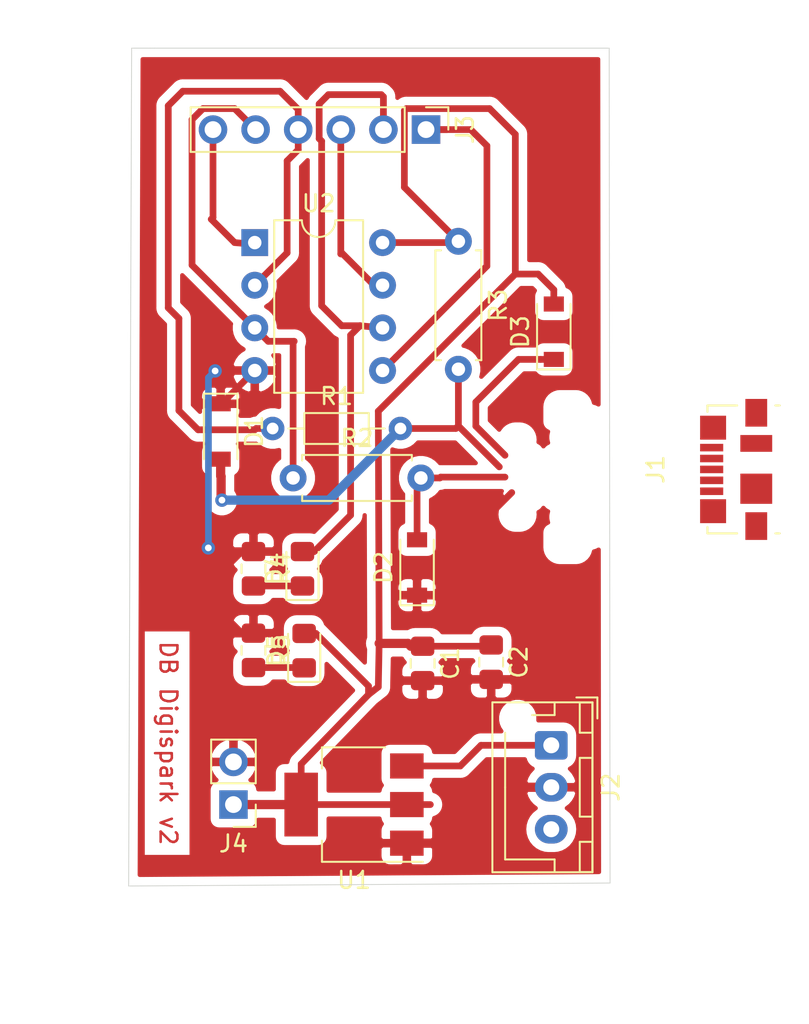
<source format=kicad_pcb>
(kicad_pcb (version 20171130) (host pcbnew "(5.1.5)-3")

  (general
    (thickness 1.6)
    (drawings 7)
    (tracks 138)
    (zones 0)
    (modules 18)
    (nets 15)
  )

  (page A4)
  (layers
    (0 F.Cu signal)
    (31 B.Cu signal)
    (32 B.Adhes user hide)
    (33 F.Adhes user hide)
    (34 B.Paste user hide)
    (35 F.Paste user hide)
    (36 B.SilkS user hide)
    (37 F.SilkS user)
    (38 B.Mask user hide)
    (39 F.Mask user)
    (40 Dwgs.User user hide)
    (41 Cmts.User user hide)
    (42 Eco1.User user hide)
    (43 Eco2.User user hide)
    (44 Edge.Cuts user)
    (45 Margin user)
    (46 B.CrtYd user hide)
    (47 F.CrtYd user hide)
    (48 B.Fab user hide)
    (49 F.Fab user)
  )

  (setup
    (last_trace_width 0.55)
    (user_trace_width 0.4)
    (user_trace_width 0.55)
    (trace_clearance 0.2)
    (zone_clearance 0.508)
    (zone_45_only no)
    (trace_min 0.2)
    (via_size 0.8)
    (via_drill 0.4)
    (via_min_size 0.4)
    (via_min_drill 0.3)
    (uvia_size 0.3)
    (uvia_drill 0.1)
    (uvias_allowed no)
    (uvia_min_size 0.2)
    (uvia_min_drill 0.1)
    (edge_width 0.05)
    (segment_width 0.2)
    (pcb_text_width 0.3)
    (pcb_text_size 1.5 1.5)
    (mod_edge_width 0.12)
    (mod_text_size 1 1)
    (mod_text_width 0.15)
    (pad_size 1.524 1.524)
    (pad_drill 0.762)
    (pad_to_mask_clearance 0.051)
    (solder_mask_min_width 0.25)
    (aux_axis_origin 83.0072 145.7452)
    (visible_elements FFFFFF7F)
    (pcbplotparams
      (layerselection 0x010fc_ffffffff)
      (usegerberextensions false)
      (usegerberattributes false)
      (usegerberadvancedattributes false)
      (creategerberjobfile false)
      (excludeedgelayer true)
      (linewidth 0.100000)
      (plotframeref false)
      (viasonmask false)
      (mode 1)
      (useauxorigin true)
      (hpglpennumber 1)
      (hpglpenspeed 20)
      (hpglpendiameter 15.000000)
      (psnegative false)
      (psa4output false)
      (plotreference true)
      (plotvalue true)
      (plotinvisibletext false)
      (padsonsilk false)
      (subtractmaskfromsilk false)
      (outputformat 1)
      (mirror false)
      (drillshape 0)
      (scaleselection 1)
      (outputdirectory "./"))
  )

  (net 0 "")
  (net 1 GND)
  (net 2 +5V)
  (net 3 "Net-(D4-Pad1)")
  (net 4 /PB1)
  (net 5 "Net-(D5-Pad1)")
  (net 6 +BATT)
  (net 7 /Pb0)
  (net 8 /PB2)
  (net 9 /Pb3)
  (net 10 /PB4)
  (net 11 /PB5)
  (net 12 /d-)
  (net 13 /d+)
  (net 14 /5v)

  (net_class Default "This is the default net class."
    (clearance 0.2)
    (trace_width 0.25)
    (via_dia 0.8)
    (via_drill 0.4)
    (uvia_dia 0.3)
    (uvia_drill 0.1)
    (add_net +5V)
    (add_net +BATT)
    (add_net /5v)
    (add_net /PB1)
    (add_net /PB2)
    (add_net /PB4)
    (add_net /PB5)
    (add_net /Pb0)
    (add_net /Pb3)
    (add_net /d+)
    (add_net /d-)
    (add_net GND)
    (add_net "Net-(D4-Pad1)")
    (add_net "Net-(D5-Pad1)")
  )

  (module Connector_USB:USB_Micro-B_Molex_47346-0001 (layer F.Cu) (tedit 5D8620A7) (tstamp 5E6173D6)
    (at 121.8946 118.8974 90)
    (descr "Micro USB B receptable with flange, bottom-mount, SMD, right-angle (http://www.molex.com/pdm_docs/sd/473460001_sd.pdf)")
    (tags "Micro B USB SMD")
    (path /5E600CBD)
    (attr smd)
    (fp_text reference J1 (at 0 -4.8 270) (layer F.SilkS)
      (effects (font (size 1 1) (thickness 0.15)))
    )
    (fp_text value USB_B (at 0 3.5 90) (layer F.Fab)
      (effects (font (size 1 1) (thickness 0.15)))
    )
    (fp_line (start -3.25 2.65) (end 3.25 2.65) (layer F.Fab) (width 0.1))
    (fp_line (start -3.81 2.6) (end -3.81 2.34) (layer F.SilkS) (width 0.12))
    (fp_line (start -3.81 0.06) (end -3.81 -1.71) (layer F.SilkS) (width 0.12))
    (fp_line (start -3.81 -1.71) (end -3.43 -1.71) (layer F.SilkS) (width 0.12))
    (fp_line (start 3.81 -1.71) (end 3.81 0.06) (layer F.SilkS) (width 0.12))
    (fp_line (start 3.81 2.34) (end 3.81 2.6) (layer F.SilkS) (width 0.12))
    (fp_line (start -3.75 3.35) (end -3.75 -1.65) (layer F.Fab) (width 0.1))
    (fp_line (start -3.75 -1.65) (end 3.75 -1.65) (layer F.Fab) (width 0.1))
    (fp_line (start 3.75 -1.65) (end 3.75 3.35) (layer F.Fab) (width 0.1))
    (fp_line (start 3.75 3.35) (end -3.75 3.35) (layer F.Fab) (width 0.1))
    (fp_line (start -4.7 3.85) (end -4.7 -2.65) (layer F.CrtYd) (width 0.05))
    (fp_line (start -4.7 -2.65) (end 4.7 -2.65) (layer F.CrtYd) (width 0.05))
    (fp_line (start 4.7 -2.65) (end 4.7 3.85) (layer F.CrtYd) (width 0.05))
    (fp_line (start 4.7 3.85) (end -4.7 3.85) (layer F.CrtYd) (width 0.05))
    (fp_line (start 3.81 -1.71) (end 3.43 -1.71) (layer F.SilkS) (width 0.12))
    (fp_text user %R (at 0 -1.5 90) (layer F.Fab)
      (effects (font (size 1 1) (thickness 0.15)))
    )
    (fp_text user "PCB Edge" (at 0 1.45 90) (layer Dwgs.User)
      (effects (font (size 0.4 0.4) (thickness 0.04)))
    )
    (pad 6 smd rect (at 1.55 1.2 90) (size 1 1.9) (layers F.Cu F.Paste F.Mask))
    (pad 6 smd rect (at -1.15 1.2 90) (size 1.8 1.9) (layers F.Cu F.Paste F.Mask))
    (pad 6 smd rect (at 3.375 1.2 90) (size 1.65 1.3) (layers F.Cu F.Paste F.Mask))
    (pad 6 smd rect (at -3.375 1.2 90) (size 1.65 1.3) (layers F.Cu F.Paste F.Mask))
    (pad 6 smd rect (at 2.4875 -1.375 90) (size 1.425 1.55) (layers F.Cu F.Paste F.Mask))
    (pad 6 smd rect (at -2.4875 -1.375 90) (size 1.425 1.55) (layers F.Cu F.Paste F.Mask))
    (pad 5 smd rect (at 1.3 -1.46 90) (size 0.45 1.38) (layers F.Cu F.Paste F.Mask)
      (net 1 GND))
    (pad 4 smd rect (at 0.65 -1.46 90) (size 0.45 1.38) (layers F.Cu F.Paste F.Mask)
      (net 1 GND))
    (pad 3 smd rect (at 0 -1.46 90) (size 0.45 1.38) (layers F.Cu F.Paste F.Mask)
      (net 13 /d+))
    (pad 2 smd rect (at -0.65 -1.46 90) (size 0.45 1.38) (layers F.Cu F.Paste F.Mask)
      (net 12 /d-))
    (pad 1 smd rect (at -1.3 -1.46 90) (size 0.45 1.38) (layers F.Cu F.Paste F.Mask)
      (net 14 /5v))
    (model ${KISYS3DMOD}/Connector_USB.3dshapes/USB_Micro-B_Molex_47346-0001.wrl
      (at (xyz 0 0 0))
      (scale (xyz 1 1 1))
      (rotate (xyz 0 0 0))
    )
  )

  (module Connector_PinHeader_2.54mm:PinHeader_1x06_P2.54mm_Vertical (layer F.Cu) (tedit 59FED5CC) (tstamp 5E61741B)
    (at 103.4034 98.6536 270)
    (descr "Through hole straight pin header, 1x06, 2.54mm pitch, single row")
    (tags "Through hole pin header THT 1x06 2.54mm single row")
    (path /5E5EB082)
    (fp_text reference J3 (at 0 -2.33 90) (layer F.SilkS)
      (effects (font (size 1 1) (thickness 0.15)))
    )
    (fp_text value Conn_01x06_Female (at 0 15.03 90) (layer F.Fab)
      (effects (font (size 1 1) (thickness 0.15)))
    )
    (fp_line (start -0.635 -1.27) (end 1.27 -1.27) (layer F.Fab) (width 0.1))
    (fp_line (start 1.27 -1.27) (end 1.27 13.97) (layer F.Fab) (width 0.1))
    (fp_line (start 1.27 13.97) (end -1.27 13.97) (layer F.Fab) (width 0.1))
    (fp_line (start -1.27 13.97) (end -1.27 -0.635) (layer F.Fab) (width 0.1))
    (fp_line (start -1.27 -0.635) (end -0.635 -1.27) (layer F.Fab) (width 0.1))
    (fp_line (start -1.33 14.03) (end 1.33 14.03) (layer F.SilkS) (width 0.12))
    (fp_line (start -1.33 1.27) (end -1.33 14.03) (layer F.SilkS) (width 0.12))
    (fp_line (start 1.33 1.27) (end 1.33 14.03) (layer F.SilkS) (width 0.12))
    (fp_line (start -1.33 1.27) (end 1.33 1.27) (layer F.SilkS) (width 0.12))
    (fp_line (start -1.33 0) (end -1.33 -1.33) (layer F.SilkS) (width 0.12))
    (fp_line (start -1.33 -1.33) (end 0 -1.33) (layer F.SilkS) (width 0.12))
    (fp_line (start -1.8 -1.8) (end -1.8 14.5) (layer F.CrtYd) (width 0.05))
    (fp_line (start -1.8 14.5) (end 1.8 14.5) (layer F.CrtYd) (width 0.05))
    (fp_line (start 1.8 14.5) (end 1.8 -1.8) (layer F.CrtYd) (width 0.05))
    (fp_line (start 1.8 -1.8) (end -1.8 -1.8) (layer F.CrtYd) (width 0.05))
    (fp_text user %R (at 0 6.35) (layer F.Fab)
      (effects (font (size 1 1) (thickness 0.15)))
    )
    (pad 1 thru_hole rect (at 0 0 270) (size 1.7 1.7) (drill 1) (layers *.Cu *.Mask)
      (net 7 /Pb0))
    (pad 2 thru_hole oval (at 0 2.54 270) (size 1.7 1.7) (drill 1) (layers *.Cu *.Mask)
      (net 4 /PB1))
    (pad 3 thru_hole oval (at 0 5.08 270) (size 1.7 1.7) (drill 1) (layers *.Cu *.Mask)
      (net 8 /PB2))
    (pad 4 thru_hole oval (at 0 7.62 270) (size 1.7 1.7) (drill 1) (layers *.Cu *.Mask)
      (net 9 /Pb3))
    (pad 5 thru_hole oval (at 0 10.16 270) (size 1.7 1.7) (drill 1) (layers *.Cu *.Mask)
      (net 10 /PB4))
    (pad 6 thru_hole oval (at 0 12.7 270) (size 1.7 1.7) (drill 1) (layers *.Cu *.Mask)
      (net 11 /PB5))
    (model ${KISYS3DMOD}/Connector_PinHeader_2.54mm.3dshapes/PinHeader_1x06_P2.54mm_Vertical.wrl
      (at (xyz 0 0 0))
      (scale (xyz 1 1 1))
      (rotate (xyz 0 0 0))
    )
  )

  (module Capacitor_SMD:C_0805_2012Metric_Pad1.15x1.40mm_HandSolder (layer F.Cu) (tedit 5B36C52B) (tstamp 5E617325)
    (at 103.2002 130.4544 270)
    (descr "Capacitor SMD 0805 (2012 Metric), square (rectangular) end terminal, IPC_7351 nominal with elongated pad for handsoldering. (Body size source: https://docs.google.com/spreadsheets/d/1BsfQQcO9C6DZCsRaXUlFlo91Tg2WpOkGARC1WS5S8t0/edit?usp=sharing), generated with kicad-footprint-generator")
    (tags "capacitor handsolder")
    (path /5E5FA5B4)
    (attr smd)
    (fp_text reference C1 (at 0 -1.65 90) (layer F.SilkS)
      (effects (font (size 1 1) (thickness 0.15)))
    )
    (fp_text value 4.7uf (at 0 1.65 90) (layer F.Fab)
      (effects (font (size 1 1) (thickness 0.15)))
    )
    (fp_text user %R (at 0 0 90) (layer F.Fab)
      (effects (font (size 0.5 0.5) (thickness 0.08)))
    )
    (fp_line (start 1.85 0.95) (end -1.85 0.95) (layer F.CrtYd) (width 0.05))
    (fp_line (start 1.85 -0.95) (end 1.85 0.95) (layer F.CrtYd) (width 0.05))
    (fp_line (start -1.85 -0.95) (end 1.85 -0.95) (layer F.CrtYd) (width 0.05))
    (fp_line (start -1.85 0.95) (end -1.85 -0.95) (layer F.CrtYd) (width 0.05))
    (fp_line (start -0.261252 0.71) (end 0.261252 0.71) (layer F.SilkS) (width 0.12))
    (fp_line (start -0.261252 -0.71) (end 0.261252 -0.71) (layer F.SilkS) (width 0.12))
    (fp_line (start 1 0.6) (end -1 0.6) (layer F.Fab) (width 0.1))
    (fp_line (start 1 -0.6) (end 1 0.6) (layer F.Fab) (width 0.1))
    (fp_line (start -1 -0.6) (end 1 -0.6) (layer F.Fab) (width 0.1))
    (fp_line (start -1 0.6) (end -1 -0.6) (layer F.Fab) (width 0.1))
    (pad 2 smd roundrect (at 1.025 0 270) (size 1.15 1.4) (layers F.Cu F.Paste F.Mask) (roundrect_rratio 0.217391)
      (net 1 GND))
    (pad 1 smd roundrect (at -1.025 0 270) (size 1.15 1.4) (layers F.Cu F.Paste F.Mask) (roundrect_rratio 0.217391)
      (net 2 +5V))
    (model ${KISYS3DMOD}/Capacitor_SMD.3dshapes/C_0805_2012Metric.wrl
      (at (xyz 0 0 0))
      (scale (xyz 1 1 1))
      (rotate (xyz 0 0 0))
    )
  )

  (module Capacitor_SMD:C_0805_2012Metric_Pad1.15x1.40mm_HandSolder (layer F.Cu) (tedit 5B36C52B) (tstamp 5E617336)
    (at 107.2896 130.3782 270)
    (descr "Capacitor SMD 0805 (2012 Metric), square (rectangular) end terminal, IPC_7351 nominal with elongated pad for handsoldering. (Body size source: https://docs.google.com/spreadsheets/d/1BsfQQcO9C6DZCsRaXUlFlo91Tg2WpOkGARC1WS5S8t0/edit?usp=sharing), generated with kicad-footprint-generator")
    (tags "capacitor handsolder")
    (path /5E5FA6C8)
    (attr smd)
    (fp_text reference C2 (at 0 -1.65 90) (layer F.SilkS)
      (effects (font (size 1 1) (thickness 0.15)))
    )
    (fp_text value 0.1uf (at 0 1.65 90) (layer F.Fab)
      (effects (font (size 1 1) (thickness 0.15)))
    )
    (fp_line (start -1 0.6) (end -1 -0.6) (layer F.Fab) (width 0.1))
    (fp_line (start -1 -0.6) (end 1 -0.6) (layer F.Fab) (width 0.1))
    (fp_line (start 1 -0.6) (end 1 0.6) (layer F.Fab) (width 0.1))
    (fp_line (start 1 0.6) (end -1 0.6) (layer F.Fab) (width 0.1))
    (fp_line (start -0.261252 -0.71) (end 0.261252 -0.71) (layer F.SilkS) (width 0.12))
    (fp_line (start -0.261252 0.71) (end 0.261252 0.71) (layer F.SilkS) (width 0.12))
    (fp_line (start -1.85 0.95) (end -1.85 -0.95) (layer F.CrtYd) (width 0.05))
    (fp_line (start -1.85 -0.95) (end 1.85 -0.95) (layer F.CrtYd) (width 0.05))
    (fp_line (start 1.85 -0.95) (end 1.85 0.95) (layer F.CrtYd) (width 0.05))
    (fp_line (start 1.85 0.95) (end -1.85 0.95) (layer F.CrtYd) (width 0.05))
    (fp_text user %R (at 0 0 90) (layer F.Fab)
      (effects (font (size 0.5 0.5) (thickness 0.08)))
    )
    (pad 1 smd roundrect (at -1.025 0 270) (size 1.15 1.4) (layers F.Cu F.Paste F.Mask) (roundrect_rratio 0.217391)
      (net 2 +5V))
    (pad 2 smd roundrect (at 1.025 0 270) (size 1.15 1.4) (layers F.Cu F.Paste F.Mask) (roundrect_rratio 0.217391)
      (net 1 GND))
    (model ${KISYS3DMOD}/Capacitor_SMD.3dshapes/C_0805_2012Metric.wrl
      (at (xyz 0 0 0))
      (scale (xyz 1 1 1))
      (rotate (xyz 0 0 0))
    )
  )

  (module Diode_SMD:D_SOD-123 (layer F.Cu) (tedit 58645DC7) (tstamp 5E61734F)
    (at 91.1606 116.6368 270)
    (descr SOD-123)
    (tags SOD-123)
    (path /5E611D84)
    (attr smd)
    (fp_text reference D1 (at 0 -2 90) (layer F.SilkS)
      (effects (font (size 1 1) (thickness 0.15)))
    )
    (fp_text value D_Zener3.6v (at 0 2.1 90) (layer F.Fab)
      (effects (font (size 1 1) (thickness 0.15)))
    )
    (fp_line (start -2.25 -1) (end 1.65 -1) (layer F.SilkS) (width 0.12))
    (fp_line (start -2.25 1) (end 1.65 1) (layer F.SilkS) (width 0.12))
    (fp_line (start -2.35 -1.15) (end -2.35 1.15) (layer F.CrtYd) (width 0.05))
    (fp_line (start 2.35 1.15) (end -2.35 1.15) (layer F.CrtYd) (width 0.05))
    (fp_line (start 2.35 -1.15) (end 2.35 1.15) (layer F.CrtYd) (width 0.05))
    (fp_line (start -2.35 -1.15) (end 2.35 -1.15) (layer F.CrtYd) (width 0.05))
    (fp_line (start -1.4 -0.9) (end 1.4 -0.9) (layer F.Fab) (width 0.1))
    (fp_line (start 1.4 -0.9) (end 1.4 0.9) (layer F.Fab) (width 0.1))
    (fp_line (start 1.4 0.9) (end -1.4 0.9) (layer F.Fab) (width 0.1))
    (fp_line (start -1.4 0.9) (end -1.4 -0.9) (layer F.Fab) (width 0.1))
    (fp_line (start -0.75 0) (end -0.35 0) (layer F.Fab) (width 0.1))
    (fp_line (start -0.35 0) (end -0.35 -0.55) (layer F.Fab) (width 0.1))
    (fp_line (start -0.35 0) (end -0.35 0.55) (layer F.Fab) (width 0.1))
    (fp_line (start -0.35 0) (end 0.25 -0.4) (layer F.Fab) (width 0.1))
    (fp_line (start 0.25 -0.4) (end 0.25 0.4) (layer F.Fab) (width 0.1))
    (fp_line (start 0.25 0.4) (end -0.35 0) (layer F.Fab) (width 0.1))
    (fp_line (start 0.25 0) (end 0.75 0) (layer F.Fab) (width 0.1))
    (fp_line (start -2.25 -1) (end -2.25 1) (layer F.SilkS) (width 0.12))
    (fp_text user %R (at 0 -2 90) (layer F.Fab)
      (effects (font (size 1 1) (thickness 0.15)))
    )
    (pad 2 smd rect (at 1.65 0 270) (size 0.9 1.2) (layers F.Cu F.Paste F.Mask)
      (net 12 /d-))
    (pad 1 smd rect (at -1.65 0 270) (size 0.9 1.2) (layers F.Cu F.Paste F.Mask)
      (net 1 GND))
    (model ${KISYS3DMOD}/Diode_SMD.3dshapes/D_SOD-123.wrl
      (at (xyz 0 0 0))
      (scale (xyz 1 1 1))
      (rotate (xyz 0 0 0))
    )
  )

  (module Diode_SMD:D_SOD-123 (layer F.Cu) (tedit 58645DC7) (tstamp 5E617368)
    (at 102.87 124.7394 90)
    (descr SOD-123)
    (tags SOD-123)
    (path /5E6120C5)
    (attr smd)
    (fp_text reference D2 (at 0 -2 90) (layer F.SilkS)
      (effects (font (size 1 1) (thickness 0.15)))
    )
    (fp_text value D_Zener3.6v (at 0 2.1 90) (layer F.Fab)
      (effects (font (size 1 1) (thickness 0.15)))
    )
    (fp_text user %R (at 0 -2 90) (layer F.Fab)
      (effects (font (size 1 1) (thickness 0.15)))
    )
    (fp_line (start -2.25 -1) (end -2.25 1) (layer F.SilkS) (width 0.12))
    (fp_line (start 0.25 0) (end 0.75 0) (layer F.Fab) (width 0.1))
    (fp_line (start 0.25 0.4) (end -0.35 0) (layer F.Fab) (width 0.1))
    (fp_line (start 0.25 -0.4) (end 0.25 0.4) (layer F.Fab) (width 0.1))
    (fp_line (start -0.35 0) (end 0.25 -0.4) (layer F.Fab) (width 0.1))
    (fp_line (start -0.35 0) (end -0.35 0.55) (layer F.Fab) (width 0.1))
    (fp_line (start -0.35 0) (end -0.35 -0.55) (layer F.Fab) (width 0.1))
    (fp_line (start -0.75 0) (end -0.35 0) (layer F.Fab) (width 0.1))
    (fp_line (start -1.4 0.9) (end -1.4 -0.9) (layer F.Fab) (width 0.1))
    (fp_line (start 1.4 0.9) (end -1.4 0.9) (layer F.Fab) (width 0.1))
    (fp_line (start 1.4 -0.9) (end 1.4 0.9) (layer F.Fab) (width 0.1))
    (fp_line (start -1.4 -0.9) (end 1.4 -0.9) (layer F.Fab) (width 0.1))
    (fp_line (start -2.35 -1.15) (end 2.35 -1.15) (layer F.CrtYd) (width 0.05))
    (fp_line (start 2.35 -1.15) (end 2.35 1.15) (layer F.CrtYd) (width 0.05))
    (fp_line (start 2.35 1.15) (end -2.35 1.15) (layer F.CrtYd) (width 0.05))
    (fp_line (start -2.35 -1.15) (end -2.35 1.15) (layer F.CrtYd) (width 0.05))
    (fp_line (start -2.25 1) (end 1.65 1) (layer F.SilkS) (width 0.12))
    (fp_line (start -2.25 -1) (end 1.65 -1) (layer F.SilkS) (width 0.12))
    (pad 1 smd rect (at -1.65 0 90) (size 0.9 1.2) (layers F.Cu F.Paste F.Mask)
      (net 1 GND))
    (pad 2 smd rect (at 1.65 0 90) (size 0.9 1.2) (layers F.Cu F.Paste F.Mask)
      (net 13 /d+))
    (model ${KISYS3DMOD}/Diode_SMD.3dshapes/D_SOD-123.wrl
      (at (xyz 0 0 0))
      (scale (xyz 1 1 1))
      (rotate (xyz 0 0 0))
    )
  )

  (module Diode_SMD:D_SOD-123 (layer F.Cu) (tedit 58645DC7) (tstamp 5E617381)
    (at 111.0234 110.6932 90)
    (descr SOD-123)
    (tags SOD-123)
    (path /5E6067EC)
    (attr smd)
    (fp_text reference D3 (at 0 -2 90) (layer F.SilkS)
      (effects (font (size 1 1) (thickness 0.15)))
    )
    (fp_text value MBR0520LT (at 0 2.1 90) (layer F.Fab)
      (effects (font (size 1 1) (thickness 0.15)))
    )
    (fp_text user %R (at 0 -2 90) (layer F.Fab)
      (effects (font (size 1 1) (thickness 0.15)))
    )
    (fp_line (start -2.25 -1) (end -2.25 1) (layer F.SilkS) (width 0.12))
    (fp_line (start 0.25 0) (end 0.75 0) (layer F.Fab) (width 0.1))
    (fp_line (start 0.25 0.4) (end -0.35 0) (layer F.Fab) (width 0.1))
    (fp_line (start 0.25 -0.4) (end 0.25 0.4) (layer F.Fab) (width 0.1))
    (fp_line (start -0.35 0) (end 0.25 -0.4) (layer F.Fab) (width 0.1))
    (fp_line (start -0.35 0) (end -0.35 0.55) (layer F.Fab) (width 0.1))
    (fp_line (start -0.35 0) (end -0.35 -0.55) (layer F.Fab) (width 0.1))
    (fp_line (start -0.75 0) (end -0.35 0) (layer F.Fab) (width 0.1))
    (fp_line (start -1.4 0.9) (end -1.4 -0.9) (layer F.Fab) (width 0.1))
    (fp_line (start 1.4 0.9) (end -1.4 0.9) (layer F.Fab) (width 0.1))
    (fp_line (start 1.4 -0.9) (end 1.4 0.9) (layer F.Fab) (width 0.1))
    (fp_line (start -1.4 -0.9) (end 1.4 -0.9) (layer F.Fab) (width 0.1))
    (fp_line (start -2.35 -1.15) (end 2.35 -1.15) (layer F.CrtYd) (width 0.05))
    (fp_line (start 2.35 -1.15) (end 2.35 1.15) (layer F.CrtYd) (width 0.05))
    (fp_line (start 2.35 1.15) (end -2.35 1.15) (layer F.CrtYd) (width 0.05))
    (fp_line (start -2.35 -1.15) (end -2.35 1.15) (layer F.CrtYd) (width 0.05))
    (fp_line (start -2.25 1) (end 1.65 1) (layer F.SilkS) (width 0.12))
    (fp_line (start -2.25 -1) (end 1.65 -1) (layer F.SilkS) (width 0.12))
    (pad 1 smd rect (at -1.65 0 90) (size 0.9 1.2) (layers F.Cu F.Paste F.Mask)
      (net 14 /5v))
    (pad 2 smd rect (at 1.65 0 90) (size 0.9 1.2) (layers F.Cu F.Paste F.Mask)
      (net 2 +5V))
    (model ${KISYS3DMOD}/Diode_SMD.3dshapes/D_SOD-123.wrl
      (at (xyz 0 0 0))
      (scale (xyz 1 1 1))
      (rotate (xyz 0 0 0))
    )
  )

  (module LED_SMD:LED_0805_2012Metric_Pad1.15x1.40mm_HandSolder (layer F.Cu) (tedit 5B4B45C9) (tstamp 5E617394)
    (at 96.0374 124.8156 90)
    (descr "LED SMD 0805 (2012 Metric), square (rectangular) end terminal, IPC_7351 nominal, (Body size source: https://docs.google.com/spreadsheets/d/1BsfQQcO9C6DZCsRaXUlFlo91Tg2WpOkGARC1WS5S8t0/edit?usp=sharing), generated with kicad-footprint-generator")
    (tags "LED handsolder")
    (path /5E5EC557)
    (attr smd)
    (fp_text reference D4 (at 0 -1.65 90) (layer F.SilkS)
      (effects (font (size 1 1) (thickness 0.15)))
    )
    (fp_text value LED (at 0 1.65 90) (layer F.Fab)
      (effects (font (size 1 1) (thickness 0.15)))
    )
    (fp_line (start 1 -0.6) (end -0.7 -0.6) (layer F.Fab) (width 0.1))
    (fp_line (start -0.7 -0.6) (end -1 -0.3) (layer F.Fab) (width 0.1))
    (fp_line (start -1 -0.3) (end -1 0.6) (layer F.Fab) (width 0.1))
    (fp_line (start -1 0.6) (end 1 0.6) (layer F.Fab) (width 0.1))
    (fp_line (start 1 0.6) (end 1 -0.6) (layer F.Fab) (width 0.1))
    (fp_line (start 1 -0.96) (end -1.86 -0.96) (layer F.SilkS) (width 0.12))
    (fp_line (start -1.86 -0.96) (end -1.86 0.96) (layer F.SilkS) (width 0.12))
    (fp_line (start -1.86 0.96) (end 1 0.96) (layer F.SilkS) (width 0.12))
    (fp_line (start -1.85 0.95) (end -1.85 -0.95) (layer F.CrtYd) (width 0.05))
    (fp_line (start -1.85 -0.95) (end 1.85 -0.95) (layer F.CrtYd) (width 0.05))
    (fp_line (start 1.85 -0.95) (end 1.85 0.95) (layer F.CrtYd) (width 0.05))
    (fp_line (start 1.85 0.95) (end -1.85 0.95) (layer F.CrtYd) (width 0.05))
    (fp_text user %R (at 0 0 90) (layer F.Fab)
      (effects (font (size 0.5 0.5) (thickness 0.08)))
    )
    (pad 1 smd roundrect (at -1.025 0 90) (size 1.15 1.4) (layers F.Cu F.Paste F.Mask) (roundrect_rratio 0.217391)
      (net 3 "Net-(D4-Pad1)"))
    (pad 2 smd roundrect (at 1.025 0 90) (size 1.15 1.4) (layers F.Cu F.Paste F.Mask) (roundrect_rratio 0.217391)
      (net 4 /PB1))
    (model ${KISYS3DMOD}/LED_SMD.3dshapes/LED_0805_2012Metric.wrl
      (at (xyz 0 0 0))
      (scale (xyz 1 1 1))
      (rotate (xyz 0 0 0))
    )
  )

  (module LED_SMD:LED_0805_2012Metric_Pad1.15x1.40mm_HandSolder (layer F.Cu) (tedit 5B4B45C9) (tstamp 5E6173A7)
    (at 96.139 129.6924 90)
    (descr "LED SMD 0805 (2012 Metric), square (rectangular) end terminal, IPC_7351 nominal, (Body size source: https://docs.google.com/spreadsheets/d/1BsfQQcO9C6DZCsRaXUlFlo91Tg2WpOkGARC1WS5S8t0/edit?usp=sharing), generated with kicad-footprint-generator")
    (tags "LED handsolder")
    (path /5E5EC5E2)
    (attr smd)
    (fp_text reference D5 (at 0 -1.65 90) (layer F.SilkS)
      (effects (font (size 1 1) (thickness 0.15)))
    )
    (fp_text value PWR (at 0 1.65 90) (layer F.Fab)
      (effects (font (size 1 1) (thickness 0.15)))
    )
    (fp_text user %R (at 0 0 90) (layer F.Fab)
      (effects (font (size 0.5 0.5) (thickness 0.08)))
    )
    (fp_line (start 1.85 0.95) (end -1.85 0.95) (layer F.CrtYd) (width 0.05))
    (fp_line (start 1.85 -0.95) (end 1.85 0.95) (layer F.CrtYd) (width 0.05))
    (fp_line (start -1.85 -0.95) (end 1.85 -0.95) (layer F.CrtYd) (width 0.05))
    (fp_line (start -1.85 0.95) (end -1.85 -0.95) (layer F.CrtYd) (width 0.05))
    (fp_line (start -1.86 0.96) (end 1 0.96) (layer F.SilkS) (width 0.12))
    (fp_line (start -1.86 -0.96) (end -1.86 0.96) (layer F.SilkS) (width 0.12))
    (fp_line (start 1 -0.96) (end -1.86 -0.96) (layer F.SilkS) (width 0.12))
    (fp_line (start 1 0.6) (end 1 -0.6) (layer F.Fab) (width 0.1))
    (fp_line (start -1 0.6) (end 1 0.6) (layer F.Fab) (width 0.1))
    (fp_line (start -1 -0.3) (end -1 0.6) (layer F.Fab) (width 0.1))
    (fp_line (start -0.7 -0.6) (end -1 -0.3) (layer F.Fab) (width 0.1))
    (fp_line (start 1 -0.6) (end -0.7 -0.6) (layer F.Fab) (width 0.1))
    (pad 2 smd roundrect (at 1.025 0 90) (size 1.15 1.4) (layers F.Cu F.Paste F.Mask) (roundrect_rratio 0.217391)
      (net 2 +5V))
    (pad 1 smd roundrect (at -1.025 0 90) (size 1.15 1.4) (layers F.Cu F.Paste F.Mask) (roundrect_rratio 0.217391)
      (net 5 "Net-(D5-Pad1)"))
    (model ${KISYS3DMOD}/LED_SMD.3dshapes/LED_0805_2012Metric.wrl
      (at (xyz 0 0 0))
      (scale (xyz 1 1 1))
      (rotate (xyz 0 0 0))
    )
  )

  (module Connector_JST:JST_XH_B3B-XH-AM_1x03_P2.50mm_Vertical (layer F.Cu) (tedit 5C28146E) (tstamp 5E617401)
    (at 110.871 135.3312 270)
    (descr "JST XH series connector, B3B-XH-AM, with boss (http://www.jst-mfg.com/product/pdf/eng/eXH.pdf), generated with kicad-footprint-generator")
    (tags "connector JST XH vertical boss")
    (path /5E5E38A5)
    (fp_text reference J2 (at 2.5 -3.55 90) (layer F.SilkS)
      (effects (font (size 1 1) (thickness 0.15)))
    )
    (fp_text value Conn_01x02_Male (at 2.5 4.6 90) (layer F.Fab)
      (effects (font (size 1 1) (thickness 0.15)))
    )
    (fp_line (start -2.45 -2.35) (end -2.45 3.4) (layer F.Fab) (width 0.1))
    (fp_line (start -2.45 3.4) (end 7.45 3.4) (layer F.Fab) (width 0.1))
    (fp_line (start 7.45 3.4) (end 7.45 -2.35) (layer F.Fab) (width 0.1))
    (fp_line (start 7.45 -2.35) (end -2.45 -2.35) (layer F.Fab) (width 0.1))
    (fp_line (start -2.56 -2.46) (end -2.56 3.51) (layer F.SilkS) (width 0.12))
    (fp_line (start -2.56 3.51) (end 7.56 3.51) (layer F.SilkS) (width 0.12))
    (fp_line (start 7.56 3.51) (end 7.56 -2.46) (layer F.SilkS) (width 0.12))
    (fp_line (start 7.56 -2.46) (end -2.56 -2.46) (layer F.SilkS) (width 0.12))
    (fp_line (start -2.95 -2.85) (end -2.95 3.9) (layer F.CrtYd) (width 0.05))
    (fp_line (start -2.95 3.9) (end 7.95 3.9) (layer F.CrtYd) (width 0.05))
    (fp_line (start 7.95 3.9) (end 7.95 -2.85) (layer F.CrtYd) (width 0.05))
    (fp_line (start 7.95 -2.85) (end -2.95 -2.85) (layer F.CrtYd) (width 0.05))
    (fp_line (start -0.625 -2.35) (end 0 -1.35) (layer F.Fab) (width 0.1))
    (fp_line (start 0 -1.35) (end 0.625 -2.35) (layer F.Fab) (width 0.1))
    (fp_line (start 0.75 -2.45) (end 0.75 -1.7) (layer F.SilkS) (width 0.12))
    (fp_line (start 0.75 -1.7) (end 4.25 -1.7) (layer F.SilkS) (width 0.12))
    (fp_line (start 4.25 -1.7) (end 4.25 -2.45) (layer F.SilkS) (width 0.12))
    (fp_line (start 4.25 -2.45) (end 0.75 -2.45) (layer F.SilkS) (width 0.12))
    (fp_line (start -2.55 -2.45) (end -2.55 -1.7) (layer F.SilkS) (width 0.12))
    (fp_line (start -2.55 -1.7) (end -0.75 -1.7) (layer F.SilkS) (width 0.12))
    (fp_line (start -0.75 -1.7) (end -0.75 -2.45) (layer F.SilkS) (width 0.12))
    (fp_line (start -0.75 -2.45) (end -2.55 -2.45) (layer F.SilkS) (width 0.12))
    (fp_line (start 5.75 -2.45) (end 5.75 -1.7) (layer F.SilkS) (width 0.12))
    (fp_line (start 5.75 -1.7) (end 7.55 -1.7) (layer F.SilkS) (width 0.12))
    (fp_line (start 7.55 -1.7) (end 7.55 -2.45) (layer F.SilkS) (width 0.12))
    (fp_line (start 7.55 -2.45) (end 5.75 -2.45) (layer F.SilkS) (width 0.12))
    (fp_line (start -2.55 -0.2) (end -1.8 -0.2) (layer F.SilkS) (width 0.12))
    (fp_line (start -1.8 -0.2) (end -1.8 1.14) (layer F.SilkS) (width 0.12))
    (fp_line (start 2.5 2.75) (end -0.74 2.75) (layer F.SilkS) (width 0.12))
    (fp_line (start 7.55 -0.2) (end 6.8 -0.2) (layer F.SilkS) (width 0.12))
    (fp_line (start 6.8 -0.2) (end 6.8 2.75) (layer F.SilkS) (width 0.12))
    (fp_line (start 6.8 2.75) (end 2.5 2.75) (layer F.SilkS) (width 0.12))
    (fp_line (start -1.6 -2.75) (end -2.85 -2.75) (layer F.SilkS) (width 0.12))
    (fp_line (start -2.85 -2.75) (end -2.85 -1.5) (layer F.SilkS) (width 0.12))
    (fp_text user %R (at 2.5 2.7 90) (layer F.Fab)
      (effects (font (size 1 1) (thickness 0.15)))
    )
    (pad 1 thru_hole roundrect (at 0 0 270) (size 1.7 1.95) (drill 0.95) (layers *.Cu *.Mask) (roundrect_rratio 0.147059)
      (net 6 +BATT))
    (pad 2 thru_hole oval (at 2.5 0 270) (size 1.7 1.95) (drill 0.95) (layers *.Cu *.Mask)
      (net 1 GND))
    (pad 3 thru_hole oval (at 5 0 270) (size 1.7 1.95) (drill 0.95) (layers *.Cu *.Mask))
    (pad "" np_thru_hole circle (at -1.6 2 270) (size 1.2 1.2) (drill 1.2) (layers *.Cu *.Mask))
    (model ${KISYS3DMOD}/Connector_JST.3dshapes/JST_XH_B3B-XH-AM_1x03_P2.50mm_Vertical.wrl
      (at (xyz 0 0 0))
      (scale (xyz 1 1 1))
      (rotate (xyz 0 0 0))
    )
  )

  (module Connector_PinHeader_2.54mm:PinHeader_1x02_P2.54mm_Vertical (layer F.Cu) (tedit 59FED5CC) (tstamp 5E617431)
    (at 91.9226 138.8618 180)
    (descr "Through hole straight pin header, 1x02, 2.54mm pitch, single row")
    (tags "Through hole pin header THT 1x02 2.54mm single row")
    (path /5E6DCCDA)
    (fp_text reference J4 (at 0 -2.33) (layer F.SilkS)
      (effects (font (size 1 1) (thickness 0.15)))
    )
    (fp_text value Conn_01x02_Male (at 0 4.87) (layer F.Fab)
      (effects (font (size 1 1) (thickness 0.15)))
    )
    (fp_line (start -0.635 -1.27) (end 1.27 -1.27) (layer F.Fab) (width 0.1))
    (fp_line (start 1.27 -1.27) (end 1.27 3.81) (layer F.Fab) (width 0.1))
    (fp_line (start 1.27 3.81) (end -1.27 3.81) (layer F.Fab) (width 0.1))
    (fp_line (start -1.27 3.81) (end -1.27 -0.635) (layer F.Fab) (width 0.1))
    (fp_line (start -1.27 -0.635) (end -0.635 -1.27) (layer F.Fab) (width 0.1))
    (fp_line (start -1.33 3.87) (end 1.33 3.87) (layer F.SilkS) (width 0.12))
    (fp_line (start -1.33 1.27) (end -1.33 3.87) (layer F.SilkS) (width 0.12))
    (fp_line (start 1.33 1.27) (end 1.33 3.87) (layer F.SilkS) (width 0.12))
    (fp_line (start -1.33 1.27) (end 1.33 1.27) (layer F.SilkS) (width 0.12))
    (fp_line (start -1.33 0) (end -1.33 -1.33) (layer F.SilkS) (width 0.12))
    (fp_line (start -1.33 -1.33) (end 0 -1.33) (layer F.SilkS) (width 0.12))
    (fp_line (start -1.8 -1.8) (end -1.8 4.35) (layer F.CrtYd) (width 0.05))
    (fp_line (start -1.8 4.35) (end 1.8 4.35) (layer F.CrtYd) (width 0.05))
    (fp_line (start 1.8 4.35) (end 1.8 -1.8) (layer F.CrtYd) (width 0.05))
    (fp_line (start 1.8 -1.8) (end -1.8 -1.8) (layer F.CrtYd) (width 0.05))
    (fp_text user %R (at 0 1.27 90) (layer F.Fab)
      (effects (font (size 1 1) (thickness 0.15)))
    )
    (pad 1 thru_hole rect (at 0 0 180) (size 1.7 1.7) (drill 1) (layers *.Cu *.Mask)
      (net 2 +5V))
    (pad 2 thru_hole oval (at 0 2.54 180) (size 1.7 1.7) (drill 1) (layers *.Cu *.Mask)
      (net 1 GND))
    (model ${KISYS3DMOD}/Connector_PinHeader_2.54mm.3dshapes/PinHeader_1x02_P2.54mm_Vertical.wrl
      (at (xyz 0 0 0))
      (scale (xyz 1 1 1))
      (rotate (xyz 0 0 0))
    )
  )

  (module Resistor_THT:R_Axial_DIN0204_L3.6mm_D1.6mm_P7.62mm_Horizontal (layer F.Cu) (tedit 5AE5139B) (tstamp 5E617448)
    (at 94.2594 116.459)
    (descr "Resistor, Axial_DIN0204 series, Axial, Horizontal, pin pitch=7.62mm, 0.167W, length*diameter=3.6*1.6mm^2, http://cdn-reichelt.de/documents/datenblatt/B400/1_4W%23YAG.pdf")
    (tags "Resistor Axial_DIN0204 series Axial Horizontal pin pitch 7.62mm 0.167W length 3.6mm diameter 1.6mm")
    (path /5E5F6891)
    (fp_text reference R1 (at 3.81 -1.92) (layer F.SilkS)
      (effects (font (size 1 1) (thickness 0.15)))
    )
    (fp_text value 68r (at 3.81 1.92) (layer F.Fab)
      (effects (font (size 1 1) (thickness 0.15)))
    )
    (fp_line (start 2.01 -0.8) (end 2.01 0.8) (layer F.Fab) (width 0.1))
    (fp_line (start 2.01 0.8) (end 5.61 0.8) (layer F.Fab) (width 0.1))
    (fp_line (start 5.61 0.8) (end 5.61 -0.8) (layer F.Fab) (width 0.1))
    (fp_line (start 5.61 -0.8) (end 2.01 -0.8) (layer F.Fab) (width 0.1))
    (fp_line (start 0 0) (end 2.01 0) (layer F.Fab) (width 0.1))
    (fp_line (start 7.62 0) (end 5.61 0) (layer F.Fab) (width 0.1))
    (fp_line (start 1.89 -0.92) (end 1.89 0.92) (layer F.SilkS) (width 0.12))
    (fp_line (start 1.89 0.92) (end 5.73 0.92) (layer F.SilkS) (width 0.12))
    (fp_line (start 5.73 0.92) (end 5.73 -0.92) (layer F.SilkS) (width 0.12))
    (fp_line (start 5.73 -0.92) (end 1.89 -0.92) (layer F.SilkS) (width 0.12))
    (fp_line (start 0.94 0) (end 1.89 0) (layer F.SilkS) (width 0.12))
    (fp_line (start 6.68 0) (end 5.73 0) (layer F.SilkS) (width 0.12))
    (fp_line (start -0.95 -1.05) (end -0.95 1.05) (layer F.CrtYd) (width 0.05))
    (fp_line (start -0.95 1.05) (end 8.57 1.05) (layer F.CrtYd) (width 0.05))
    (fp_line (start 8.57 1.05) (end 8.57 -1.05) (layer F.CrtYd) (width 0.05))
    (fp_line (start 8.57 -1.05) (end -0.95 -1.05) (layer F.CrtYd) (width 0.05))
    (fp_text user %R (at 3.81 0) (layer F.Fab)
      (effects (font (size 0.72 0.72) (thickness 0.108)))
    )
    (pad 1 thru_hole circle (at 0 0) (size 1.4 1.4) (drill 0.7) (layers *.Cu *.Mask)
      (net 9 /Pb3))
    (pad 2 thru_hole oval (at 7.62 0) (size 1.4 1.4) (drill 0.7) (layers *.Cu *.Mask)
      (net 12 /d-))
    (model ${KISYS3DMOD}/Resistor_THT.3dshapes/R_Axial_DIN0204_L3.6mm_D1.6mm_P7.62mm_Horizontal.wrl
      (at (xyz 0 0 0))
      (scale (xyz 1 1 1))
      (rotate (xyz 0 0 0))
    )
  )

  (module Resistor_THT:R_Axial_DIN0207_L6.3mm_D2.5mm_P7.62mm_Horizontal (layer F.Cu) (tedit 5AE5139B) (tstamp 5E61745F)
    (at 95.4786 119.4054)
    (descr "Resistor, Axial_DIN0207 series, Axial, Horizontal, pin pitch=7.62mm, 0.25W = 1/4W, length*diameter=6.3*2.5mm^2, http://cdn-reichelt.de/documents/datenblatt/B400/1_4W%23YAG.pdf")
    (tags "Resistor Axial_DIN0207 series Axial Horizontal pin pitch 7.62mm 0.25W = 1/4W length 6.3mm diameter 2.5mm")
    (path /5E5F690B)
    (fp_text reference R2 (at 3.81 -2.37) (layer F.SilkS)
      (effects (font (size 1 1) (thickness 0.15)))
    )
    (fp_text value 68r (at 3.81 2.37) (layer F.Fab)
      (effects (font (size 1 1) (thickness 0.15)))
    )
    (fp_line (start 0.66 -1.25) (end 0.66 1.25) (layer F.Fab) (width 0.1))
    (fp_line (start 0.66 1.25) (end 6.96 1.25) (layer F.Fab) (width 0.1))
    (fp_line (start 6.96 1.25) (end 6.96 -1.25) (layer F.Fab) (width 0.1))
    (fp_line (start 6.96 -1.25) (end 0.66 -1.25) (layer F.Fab) (width 0.1))
    (fp_line (start 0 0) (end 0.66 0) (layer F.Fab) (width 0.1))
    (fp_line (start 7.62 0) (end 6.96 0) (layer F.Fab) (width 0.1))
    (fp_line (start 0.54 -1.04) (end 0.54 -1.37) (layer F.SilkS) (width 0.12))
    (fp_line (start 0.54 -1.37) (end 7.08 -1.37) (layer F.SilkS) (width 0.12))
    (fp_line (start 7.08 -1.37) (end 7.08 -1.04) (layer F.SilkS) (width 0.12))
    (fp_line (start 0.54 1.04) (end 0.54 1.37) (layer F.SilkS) (width 0.12))
    (fp_line (start 0.54 1.37) (end 7.08 1.37) (layer F.SilkS) (width 0.12))
    (fp_line (start 7.08 1.37) (end 7.08 1.04) (layer F.SilkS) (width 0.12))
    (fp_line (start -1.05 -1.5) (end -1.05 1.5) (layer F.CrtYd) (width 0.05))
    (fp_line (start -1.05 1.5) (end 8.67 1.5) (layer F.CrtYd) (width 0.05))
    (fp_line (start 8.67 1.5) (end 8.67 -1.5) (layer F.CrtYd) (width 0.05))
    (fp_line (start 8.67 -1.5) (end -1.05 -1.5) (layer F.CrtYd) (width 0.05))
    (fp_text user %R (at 3.81 0) (layer F.Fab)
      (effects (font (size 1 1) (thickness 0.15)))
    )
    (pad 1 thru_hole circle (at 0 0) (size 1.6 1.6) (drill 0.8) (layers *.Cu *.Mask)
      (net 10 /PB4))
    (pad 2 thru_hole oval (at 7.62 0) (size 1.6 1.6) (drill 0.8) (layers *.Cu *.Mask)
      (net 13 /d+))
    (model ${KISYS3DMOD}/Resistor_THT.3dshapes/R_Axial_DIN0207_L6.3mm_D2.5mm_P7.62mm_Horizontal.wrl
      (at (xyz 0 0 0))
      (scale (xyz 1 1 1))
      (rotate (xyz 0 0 0))
    )
  )

  (module Resistor_THT:R_Axial_DIN0207_L6.3mm_D2.5mm_P7.62mm_Horizontal (layer F.Cu) (tedit 5AE5139B) (tstamp 5E617476)
    (at 105.3338 105.3084 270)
    (descr "Resistor, Axial_DIN0207 series, Axial, Horizontal, pin pitch=7.62mm, 0.25W = 1/4W, length*diameter=6.3*2.5mm^2, http://cdn-reichelt.de/documents/datenblatt/B400/1_4W%23YAG.pdf")
    (tags "Resistor Axial_DIN0207 series Axial Horizontal pin pitch 7.62mm 0.25W = 1/4W length 6.3mm diameter 2.5mm")
    (path /5E60D49E)
    (fp_text reference R3 (at 3.81 -2.37 90) (layer F.SilkS)
      (effects (font (size 1 1) (thickness 0.15)))
    )
    (fp_text value 1k3 (at 3.81 2.37 90) (layer F.Fab)
      (effects (font (size 1 1) (thickness 0.15)))
    )
    (fp_text user %R (at 3.81 0 90) (layer F.Fab)
      (effects (font (size 1 1) (thickness 0.15)))
    )
    (fp_line (start 8.67 -1.5) (end -1.05 -1.5) (layer F.CrtYd) (width 0.05))
    (fp_line (start 8.67 1.5) (end 8.67 -1.5) (layer F.CrtYd) (width 0.05))
    (fp_line (start -1.05 1.5) (end 8.67 1.5) (layer F.CrtYd) (width 0.05))
    (fp_line (start -1.05 -1.5) (end -1.05 1.5) (layer F.CrtYd) (width 0.05))
    (fp_line (start 7.08 1.37) (end 7.08 1.04) (layer F.SilkS) (width 0.12))
    (fp_line (start 0.54 1.37) (end 7.08 1.37) (layer F.SilkS) (width 0.12))
    (fp_line (start 0.54 1.04) (end 0.54 1.37) (layer F.SilkS) (width 0.12))
    (fp_line (start 7.08 -1.37) (end 7.08 -1.04) (layer F.SilkS) (width 0.12))
    (fp_line (start 0.54 -1.37) (end 7.08 -1.37) (layer F.SilkS) (width 0.12))
    (fp_line (start 0.54 -1.04) (end 0.54 -1.37) (layer F.SilkS) (width 0.12))
    (fp_line (start 7.62 0) (end 6.96 0) (layer F.Fab) (width 0.1))
    (fp_line (start 0 0) (end 0.66 0) (layer F.Fab) (width 0.1))
    (fp_line (start 6.96 -1.25) (end 0.66 -1.25) (layer F.Fab) (width 0.1))
    (fp_line (start 6.96 1.25) (end 6.96 -1.25) (layer F.Fab) (width 0.1))
    (fp_line (start 0.66 1.25) (end 6.96 1.25) (layer F.Fab) (width 0.1))
    (fp_line (start 0.66 -1.25) (end 0.66 1.25) (layer F.Fab) (width 0.1))
    (pad 2 thru_hole oval (at 7.62 0 270) (size 1.6 1.6) (drill 0.8) (layers *.Cu *.Mask)
      (net 12 /d-))
    (pad 1 thru_hole circle (at 0 0 270) (size 1.6 1.6) (drill 0.8) (layers *.Cu *.Mask)
      (net 2 +5V))
    (model ${KISYS3DMOD}/Resistor_THT.3dshapes/R_Axial_DIN0207_L6.3mm_D2.5mm_P7.62mm_Horizontal.wrl
      (at (xyz 0 0 0))
      (scale (xyz 1 1 1))
      (rotate (xyz 0 0 0))
    )
  )

  (module Resistor_SMD:R_0805_2012Metric_Pad1.15x1.40mm_HandSolder (layer F.Cu) (tedit 5B36C52B) (tstamp 5E617487)
    (at 93.1164 124.8156 270)
    (descr "Resistor SMD 0805 (2012 Metric), square (rectangular) end terminal, IPC_7351 nominal with elongated pad for handsoldering. (Body size source: https://docs.google.com/spreadsheets/d/1BsfQQcO9C6DZCsRaXUlFlo91Tg2WpOkGARC1WS5S8t0/edit?usp=sharing), generated with kicad-footprint-generator")
    (tags "resistor handsolder")
    (path /5E5EBBD4)
    (attr smd)
    (fp_text reference R4 (at 0 -1.65 90) (layer F.SilkS)
      (effects (font (size 1 1) (thickness 0.15)))
    )
    (fp_text value 120r (at 0 1.65 90) (layer F.Fab)
      (effects (font (size 1 1) (thickness 0.15)))
    )
    (fp_line (start -1 0.6) (end -1 -0.6) (layer F.Fab) (width 0.1))
    (fp_line (start -1 -0.6) (end 1 -0.6) (layer F.Fab) (width 0.1))
    (fp_line (start 1 -0.6) (end 1 0.6) (layer F.Fab) (width 0.1))
    (fp_line (start 1 0.6) (end -1 0.6) (layer F.Fab) (width 0.1))
    (fp_line (start -0.261252 -0.71) (end 0.261252 -0.71) (layer F.SilkS) (width 0.12))
    (fp_line (start -0.261252 0.71) (end 0.261252 0.71) (layer F.SilkS) (width 0.12))
    (fp_line (start -1.85 0.95) (end -1.85 -0.95) (layer F.CrtYd) (width 0.05))
    (fp_line (start -1.85 -0.95) (end 1.85 -0.95) (layer F.CrtYd) (width 0.05))
    (fp_line (start 1.85 -0.95) (end 1.85 0.95) (layer F.CrtYd) (width 0.05))
    (fp_line (start 1.85 0.95) (end -1.85 0.95) (layer F.CrtYd) (width 0.05))
    (fp_text user %R (at 0 0 90) (layer F.Fab)
      (effects (font (size 0.5 0.5) (thickness 0.08)))
    )
    (pad 1 smd roundrect (at -1.025 0 270) (size 1.15 1.4) (layers F.Cu F.Paste F.Mask) (roundrect_rratio 0.217391)
      (net 1 GND))
    (pad 2 smd roundrect (at 1.025 0 270) (size 1.15 1.4) (layers F.Cu F.Paste F.Mask) (roundrect_rratio 0.217391)
      (net 3 "Net-(D4-Pad1)"))
    (model ${KISYS3DMOD}/Resistor_SMD.3dshapes/R_0805_2012Metric.wrl
      (at (xyz 0 0 0))
      (scale (xyz 1 1 1))
      (rotate (xyz 0 0 0))
    )
  )

  (module Resistor_SMD:R_0805_2012Metric_Pad1.15x1.40mm_HandSolder (layer F.Cu) (tedit 5B36C52B) (tstamp 5E617498)
    (at 93.1164 129.676 270)
    (descr "Resistor SMD 0805 (2012 Metric), square (rectangular) end terminal, IPC_7351 nominal with elongated pad for handsoldering. (Body size source: https://docs.google.com/spreadsheets/d/1BsfQQcO9C6DZCsRaXUlFlo91Tg2WpOkGARC1WS5S8t0/edit?usp=sharing), generated with kicad-footprint-generator")
    (tags "resistor handsolder")
    (path /5E5EC172)
    (attr smd)
    (fp_text reference R5 (at 0 -1.65 90) (layer F.SilkS)
      (effects (font (size 1 1) (thickness 0.15)))
    )
    (fp_text value 120r (at 0 1.65 90) (layer F.Fab)
      (effects (font (size 1 1) (thickness 0.15)))
    )
    (fp_text user %R (at 0 0 90) (layer F.Fab)
      (effects (font (size 0.5 0.5) (thickness 0.08)))
    )
    (fp_line (start 1.85 0.95) (end -1.85 0.95) (layer F.CrtYd) (width 0.05))
    (fp_line (start 1.85 -0.95) (end 1.85 0.95) (layer F.CrtYd) (width 0.05))
    (fp_line (start -1.85 -0.95) (end 1.85 -0.95) (layer F.CrtYd) (width 0.05))
    (fp_line (start -1.85 0.95) (end -1.85 -0.95) (layer F.CrtYd) (width 0.05))
    (fp_line (start -0.261252 0.71) (end 0.261252 0.71) (layer F.SilkS) (width 0.12))
    (fp_line (start -0.261252 -0.71) (end 0.261252 -0.71) (layer F.SilkS) (width 0.12))
    (fp_line (start 1 0.6) (end -1 0.6) (layer F.Fab) (width 0.1))
    (fp_line (start 1 -0.6) (end 1 0.6) (layer F.Fab) (width 0.1))
    (fp_line (start -1 -0.6) (end 1 -0.6) (layer F.Fab) (width 0.1))
    (fp_line (start -1 0.6) (end -1 -0.6) (layer F.Fab) (width 0.1))
    (pad 2 smd roundrect (at 1.025 0 270) (size 1.15 1.4) (layers F.Cu F.Paste F.Mask) (roundrect_rratio 0.217391)
      (net 5 "Net-(D5-Pad1)"))
    (pad 1 smd roundrect (at -1.025 0 270) (size 1.15 1.4) (layers F.Cu F.Paste F.Mask) (roundrect_rratio 0.217391)
      (net 1 GND))
    (model ${KISYS3DMOD}/Resistor_SMD.3dshapes/R_0805_2012Metric.wrl
      (at (xyz 0 0 0))
      (scale (xyz 1 1 1))
      (rotate (xyz 0 0 0))
    )
  )

  (module Package_TO_SOT_SMD:SOT-223-3_TabPin2 (layer F.Cu) (tedit 5A02FF57) (tstamp 5E6174AE)
    (at 99.1104 138.8618 180)
    (descr "module CMS SOT223 4 pins")
    (tags "CMS SOT")
    (path /5E5E7339)
    (attr smd)
    (fp_text reference U1 (at 0 -4.5) (layer F.SilkS)
      (effects (font (size 1 1) (thickness 0.15)))
    )
    (fp_text value AMS1117-5.0 (at 0 4.5) (layer F.Fab)
      (effects (font (size 1 1) (thickness 0.15)))
    )
    (fp_text user %R (at 0 0 90) (layer F.Fab)
      (effects (font (size 0.8 0.8) (thickness 0.12)))
    )
    (fp_line (start 1.91 3.41) (end 1.91 2.15) (layer F.SilkS) (width 0.12))
    (fp_line (start 1.91 -3.41) (end 1.91 -2.15) (layer F.SilkS) (width 0.12))
    (fp_line (start 4.4 -3.6) (end -4.4 -3.6) (layer F.CrtYd) (width 0.05))
    (fp_line (start 4.4 3.6) (end 4.4 -3.6) (layer F.CrtYd) (width 0.05))
    (fp_line (start -4.4 3.6) (end 4.4 3.6) (layer F.CrtYd) (width 0.05))
    (fp_line (start -4.4 -3.6) (end -4.4 3.6) (layer F.CrtYd) (width 0.05))
    (fp_line (start -1.85 -2.35) (end -0.85 -3.35) (layer F.Fab) (width 0.1))
    (fp_line (start -1.85 -2.35) (end -1.85 3.35) (layer F.Fab) (width 0.1))
    (fp_line (start -1.85 3.41) (end 1.91 3.41) (layer F.SilkS) (width 0.12))
    (fp_line (start -0.85 -3.35) (end 1.85 -3.35) (layer F.Fab) (width 0.1))
    (fp_line (start -4.1 -3.41) (end 1.91 -3.41) (layer F.SilkS) (width 0.12))
    (fp_line (start -1.85 3.35) (end 1.85 3.35) (layer F.Fab) (width 0.1))
    (fp_line (start 1.85 -3.35) (end 1.85 3.35) (layer F.Fab) (width 0.1))
    (pad 2 smd rect (at 3.15 0 180) (size 2 3.8) (layers F.Cu F.Paste F.Mask)
      (net 2 +5V))
    (pad 2 smd rect (at -3.15 0 180) (size 2 1.5) (layers F.Cu F.Paste F.Mask)
      (net 2 +5V))
    (pad 3 smd rect (at -3.15 2.3 180) (size 2 1.5) (layers F.Cu F.Paste F.Mask)
      (net 6 +BATT))
    (pad 1 smd rect (at -3.15 -2.3 180) (size 2 1.5) (layers F.Cu F.Paste F.Mask)
      (net 1 GND))
    (model ${KISYS3DMOD}/Package_TO_SOT_SMD.3dshapes/SOT-223.wrl
      (at (xyz 0 0 0))
      (scale (xyz 1 1 1))
      (rotate (xyz 0 0 0))
    )
  )

  (module Package_DIP:DIP-8_W7.62mm (layer F.Cu) (tedit 5A02E8C5) (tstamp 5E6174CA)
    (at 93.1926 105.3846)
    (descr "8-lead though-hole mounted DIP package, row spacing 7.62 mm (300 mils)")
    (tags "THT DIP DIL PDIP 2.54mm 7.62mm 300mil")
    (path /5E5F0D32)
    (fp_text reference U2 (at 3.81 -2.33) (layer F.SilkS)
      (effects (font (size 1 1) (thickness 0.15)))
    )
    (fp_text value ATtiny85-20PU (at 3.81 9.95) (layer F.Fab)
      (effects (font (size 1 1) (thickness 0.15)))
    )
    (fp_arc (start 3.81 -1.33) (end 2.81 -1.33) (angle -180) (layer F.SilkS) (width 0.12))
    (fp_line (start 1.635 -1.27) (end 6.985 -1.27) (layer F.Fab) (width 0.1))
    (fp_line (start 6.985 -1.27) (end 6.985 8.89) (layer F.Fab) (width 0.1))
    (fp_line (start 6.985 8.89) (end 0.635 8.89) (layer F.Fab) (width 0.1))
    (fp_line (start 0.635 8.89) (end 0.635 -0.27) (layer F.Fab) (width 0.1))
    (fp_line (start 0.635 -0.27) (end 1.635 -1.27) (layer F.Fab) (width 0.1))
    (fp_line (start 2.81 -1.33) (end 1.16 -1.33) (layer F.SilkS) (width 0.12))
    (fp_line (start 1.16 -1.33) (end 1.16 8.95) (layer F.SilkS) (width 0.12))
    (fp_line (start 1.16 8.95) (end 6.46 8.95) (layer F.SilkS) (width 0.12))
    (fp_line (start 6.46 8.95) (end 6.46 -1.33) (layer F.SilkS) (width 0.12))
    (fp_line (start 6.46 -1.33) (end 4.81 -1.33) (layer F.SilkS) (width 0.12))
    (fp_line (start -1.1 -1.55) (end -1.1 9.15) (layer F.CrtYd) (width 0.05))
    (fp_line (start -1.1 9.15) (end 8.7 9.15) (layer F.CrtYd) (width 0.05))
    (fp_line (start 8.7 9.15) (end 8.7 -1.55) (layer F.CrtYd) (width 0.05))
    (fp_line (start 8.7 -1.55) (end -1.1 -1.55) (layer F.CrtYd) (width 0.05))
    (fp_text user %R (at 3.81 3.81) (layer F.Fab)
      (effects (font (size 1 1) (thickness 0.15)))
    )
    (pad 1 thru_hole rect (at 0 0) (size 1.6 1.6) (drill 0.8) (layers *.Cu *.Mask)
      (net 11 /PB5))
    (pad 5 thru_hole oval (at 7.62 7.62) (size 1.6 1.6) (drill 0.8) (layers *.Cu *.Mask)
      (net 7 /Pb0))
    (pad 2 thru_hole oval (at 0 2.54) (size 1.6 1.6) (drill 0.8) (layers *.Cu *.Mask)
      (net 9 /Pb3))
    (pad 6 thru_hole oval (at 7.62 5.08) (size 1.6 1.6) (drill 0.8) (layers *.Cu *.Mask)
      (net 4 /PB1))
    (pad 3 thru_hole oval (at 0 5.08) (size 1.6 1.6) (drill 0.8) (layers *.Cu *.Mask)
      (net 10 /PB4))
    (pad 7 thru_hole oval (at 7.62 2.54) (size 1.6 1.6) (drill 0.8) (layers *.Cu *.Mask)
      (net 8 /PB2))
    (pad 4 thru_hole oval (at 0 7.62) (size 1.6 1.6) (drill 0.8) (layers *.Cu *.Mask)
      (net 1 GND))
    (pad 8 thru_hole oval (at 7.62 0) (size 1.6 1.6) (drill 0.8) (layers *.Cu *.Mask)
      (net 2 +5V))
    (model ${KISYS3DMOD}/Package_DIP.3dshapes/DIP-8_W7.62mm.wrl
      (at (xyz 0 0 0))
      (scale (xyz 1 1 1))
      (rotate (xyz 0 0 0))
    )
  )

  (gr_text "DB Digispark v2" (at 88.0364 135.2042 270) (layer F.Cu)
    (effects (font (size 1 1) (thickness 0.15)))
  )
  (gr_line (start 87.2236 93.8022) (end 86.9696 93.8022) (layer Edge.Cuts) (width 0.05) (tstamp 5E619185))
  (gr_line (start 85.852 93.8022) (end 86.9696 93.8022) (layer Edge.Cuts) (width 0.05))
  (gr_line (start 85.6742 143.7132) (end 85.852 93.8022) (layer Edge.Cuts) (width 0.05))
  (gr_line (start 114.3762 143.5354) (end 85.6742 143.7132) (layer Edge.Cuts) (width 0.05))
  (gr_line (start 114.3254 93.8022) (end 114.3762 143.5354) (layer Edge.Cuts) (width 0.05))
  (gr_line (start 87.2236 93.8022) (end 114.3254 93.8022) (layer Edge.Cuts) (width 0.05))

  (segment (start 112.246 137.8312) (end 110.871 137.8312) (width 0.4) (layer F.Cu) (net 1))
  (segment (start 113.4364 136.6408) (end 112.246 137.8312) (width 0.4) (layer F.Cu) (net 1))
  (segment (start 108.513998 120.277) (end 107.188 121.602998) (width 0.4) (layer F.Cu) (net 1))
  (segment (start 107.188 121.602998) (end 107.188 125.8824) (width 0.4) (layer F.Cu) (net 1))
  (segment (start 107.188 125.8824) (end 113.4364 132.1308) (width 0.4) (layer F.Cu) (net 1))
  (segment (start 113.4364 132.1308) (end 113.4364 136.6408) (width 0.4) (layer F.Cu) (net 1))
  (segment (start 91.566 114.6312) (end 93.1926 113.0046) (width 0.4) (layer F.Cu) (net 1))
  (segment (start 104.377 125.8824) (end 107.188 125.8824) (width 0.4) (layer F.Cu) (net 1))
  (segment (start 103.87 126.3894) (end 104.377 125.8824) (width 0.4) (layer F.Cu) (net 1))
  (segment (start 102.87 126.3894) (end 103.87 126.3894) (width 0.4) (layer F.Cu) (net 1))
  (segment (start 92.4164 123.7906) (end 91.186 125.021) (width 0.4) (layer F.Cu) (net 1))
  (segment (start 93.1164 123.7906) (end 92.4164 123.7906) (width 0.4) (layer F.Cu) (net 1))
  (segment (start 92.4164 128.651) (end 93.1164 128.651) (width 0.4) (layer F.Cu) (net 1))
  (segment (start 91.186 127.4206) (end 92.4164 128.651) (width 0.4) (layer F.Cu) (net 1))
  (segment (start 91.186 125.021) (end 91.186 127.4206) (width 0.4) (layer F.Cu) (net 1))
  (segment (start 93.1926 113.0046) (end 90.8558 113.0046) (width 0.4) (layer F.Cu) (net 1))
  (via (at 90.8304 113.03) (size 0.8) (drill 0.4) (layers F.Cu B.Cu) (net 1))
  (segment (start 90.8558 113.0046) (end 90.8304 113.03) (width 0.4) (layer F.Cu) (net 1))
  (segment (start 90.430401 113.429999) (end 90.430401 123.564599) (width 0.4) (layer B.Cu) (net 1))
  (segment (start 90.8304 113.03) (end 90.430401 113.429999) (width 0.4) (layer B.Cu) (net 1))
  (via (at 90.424 123.571) (size 0.8) (drill 0.4) (layers F.Cu B.Cu) (net 1))
  (segment (start 90.430401 123.564599) (end 90.424 123.571) (width 0.4) (layer B.Cu) (net 1))
  (segment (start 103.8104 141.1618) (end 102.2604 141.1618) (width 0.55) (layer F.Cu) (net 1))
  (segment (start 106.0154 141.1618) (end 103.8104 141.1618) (width 0.55) (layer F.Cu) (net 1))
  (segment (start 109.346 137.8312) (end 106.0154 141.1618) (width 0.55) (layer F.Cu) (net 1))
  (segment (start 110.871 137.8312) (end 109.346 137.8312) (width 0.55) (layer F.Cu) (net 1))
  (segment (start 105.2576 105.3846) (end 105.3338 105.3084) (width 0.4) (layer F.Cu) (net 2))
  (segment (start 100.8126 105.3846) (end 105.2576 105.3846) (width 0.4) (layer F.Cu) (net 2))
  (segment (start 95.9604 138.8618) (end 102.2604 138.8618) (width 0.4) (layer F.Cu) (net 2))
  (segment (start 102.2604 138.8618) (end 102.5104 138.8618) (width 0.4) (layer F.Cu) (net 2))
  (segment (start 102.113401 102.088001) (end 102.113401 97.523597) (width 0.4) (layer F.Cu) (net 2))
  (segment (start 105.3338 105.3084) (end 102.113401 102.088001) (width 0.4) (layer F.Cu) (net 2))
  (segment (start 108.727809 98.938467) (end 108.72781 107.258732) (width 0.4) (layer F.Cu) (net 2))
  (segment (start 102.113401 97.523597) (end 102.233399 97.403599) (width 0.4) (layer F.Cu) (net 2))
  (segment (start 102.233399 97.403599) (end 107.192941 97.403599) (width 0.4) (layer F.Cu) (net 2))
  (segment (start 107.192941 97.403599) (end 108.727809 98.938467) (width 0.4) (layer F.Cu) (net 2))
  (segment (start 110.088932 107.258732) (end 108.72781 107.258732) (width 0.4) (layer F.Cu) (net 2))
  (segment (start 111.0234 108.1932) (end 110.088932 107.258732) (width 0.4) (layer F.Cu) (net 2))
  (segment (start 111.0234 109.0432) (end 111.0234 108.1932) (width 0.4) (layer F.Cu) (net 2))
  (segment (start 103.6604 138.8618) (end 102.2604 138.8618) (width 0.4) (layer F.Cu) (net 2))
  (segment (start 95.9604 136.4496) (end 95.9604 138.8618) (width 0.4) (layer F.Cu) (net 2))
  (segment (start 108.72781 107.258732) (end 100.5586 115.427942) (width 0.4) (layer F.Cu) (net 2))
  (segment (start 107.2134 129.4294) (end 107.2896 129.3532) (width 0.4) (layer F.Cu) (net 2))
  (segment (start 103.2002 129.4294) (end 107.2134 129.4294) (width 0.4) (layer F.Cu) (net 2))
  (segment (start 95.885 138.9372) (end 95.9604 138.8618) (width 0.4) (layer F.Cu) (net 2))
  (segment (start 99.9744 131.8028) (end 99.9744 132.3086) (width 0.4) (layer F.Cu) (net 2))
  (segment (start 96.839 128.6674) (end 99.9744 131.8028) (width 0.4) (layer F.Cu) (net 2))
  (segment (start 96.139 128.6674) (end 96.839 128.6674) (width 0.4) (layer F.Cu) (net 2))
  (segment (start 100.5586 131.8514) (end 99.9744 132.3086) (width 0.4) (layer F.Cu) (net 2))
  (segment (start 99.9744 132.3086) (end 95.9604 136.4496) (width 0.4) (layer F.Cu) (net 2))
  (segment (start 102.3314 129.2606) (end 100.6094 129.2606) (width 0.55) (layer F.Cu) (net 2))
  (segment (start 102.5002 129.4294) (end 102.3314 129.2606) (width 0.55) (layer F.Cu) (net 2))
  (segment (start 103.2002 129.4294) (end 102.5002 129.4294) (width 0.55) (layer F.Cu) (net 2))
  (segment (start 100.5586 115.427942) (end 100.6094 129.2606) (width 0.4) (layer F.Cu) (net 2))
  (segment (start 100.6094 129.2606) (end 100.5586 131.8514) (width 0.4) (layer F.Cu) (net 2))
  (segment (start 95.9604 138.8618) (end 91.9226 138.8618) (width 0.55) (layer F.Cu) (net 2))
  (segment (start 105.3338 116.3066) (end 105.3338 112.9284) (width 0.4) (layer F.Cu) (net 12))
  (segment (start 107.7722 118.745) (end 105.3338 116.3066) (width 0.4) (layer F.Cu) (net 12))
  (segment (start 105.1814 116.459) (end 105.3338 116.3066) (width 0.4) (layer F.Cu) (net 12))
  (segment (start 101.8794 116.459) (end 105.1814 116.459) (width 0.4) (layer F.Cu) (net 12))
  (segment (start 91.1606 119.2868) (end 91.186 119.3122) (width 0.55) (layer F.Cu) (net 12))
  (segment (start 91.1606 118.2868) (end 91.1606 119.2868) (width 0.55) (layer F.Cu) (net 12))
  (via (at 91.2368 120.7262) (size 0.8) (drill 0.4) (layers F.Cu B.Cu) (net 12))
  (segment (start 91.186 119.3122) (end 91.186 120.6754) (width 0.55) (layer F.Cu) (net 12))
  (segment (start 91.186 120.6754) (end 91.2368 120.7262) (width 0.55) (layer F.Cu) (net 12))
  (segment (start 97.6122 120.7262) (end 101.8794 116.459) (width 0.55) (layer B.Cu) (net 12))
  (segment (start 91.2368 120.7262) (end 97.6122 120.7262) (width 0.55) (layer B.Cu) (net 12))
  (segment (start 102.87 119.634) (end 103.0986 119.4054) (width 0.4) (layer F.Cu) (net 13))
  (segment (start 102.87 123.0894) (end 102.87 119.634) (width 0.4) (layer F.Cu) (net 13))
  (segment (start 104.28077 119.3546) (end 108.1116 119.3546) (width 0.4) (layer F.Cu) (net 13))
  (segment (start 104.22997 119.4054) (end 104.28077 119.3546) (width 0.4) (layer F.Cu) (net 13))
  (segment (start 103.0986 119.4054) (end 104.22997 119.4054) (width 0.4) (layer F.Cu) (net 13))
  (segment (start 108.1116 118.0546) (end 106.3752 116.3182) (width 0.4) (layer F.Cu) (net 14))
  (segment (start 106.3752 116.3182) (end 106.3752 114.8842) (width 0.4) (layer F.Cu) (net 14))
  (segment (start 108.9162 112.3432) (end 110.235 112.3432) (width 0.4) (layer F.Cu) (net 14))
  (segment (start 106.3752 114.8842) (end 108.9162 112.3432) (width 0.4) (layer F.Cu) (net 14))
  (segment (start 110.235 112.3432) (end 111.0234 112.3432) (width 0.4) (layer F.Cu) (net 14))
  (segment (start 93.1164 125.8406) (end 96.0374 125.8406) (width 0.4) (layer F.Cu) (net 3))
  (segment (start 98.9076 110.8964) (end 99.4664 110.3376) (width 0.4) (layer F.Cu) (net 4))
  (segment (start 98.9076 121.6204) (end 98.9076 110.8964) (width 0.4) (layer F.Cu) (net 4))
  (segment (start 96.0374 123.7906) (end 96.7374 123.7906) (width 0.4) (layer F.Cu) (net 4))
  (segment (start 96.7374 123.7906) (end 98.9076 121.6204) (width 0.4) (layer F.Cu) (net 4))
  (segment (start 100.8126 110.4646) (end 99.4664 110.3376) (width 0.4) (layer F.Cu) (net 4))
  (segment (start 100.8634 96.6978) (end 100.8634 98.6536) (width 0.4) (layer F.Cu) (net 4))
  (segment (start 100.7364 96.5708) (end 100.8634 96.6978) (width 0.4) (layer F.Cu) (net 4))
  (segment (start 97.5868 96.5708) (end 100.7364 96.5708) (width 0.4) (layer F.Cu) (net 4))
  (segment (start 97.033401 97.124199) (end 97.5868 96.5708) (width 0.4) (layer F.Cu) (net 4))
  (segment (start 98.3742 110.3376) (end 97.1804 109.1438) (width 0.4) (layer F.Cu) (net 4))
  (segment (start 99.4664 110.3376) (end 98.3742 110.3376) (width 0.4) (layer F.Cu) (net 4))
  (segment (start 97.1804 109.1438) (end 97.1804 99.3394) (width 0.4) (layer F.Cu) (net 4))
  (segment (start 97.1804 99.3394) (end 97.033401 99.192401) (width 0.4) (layer F.Cu) (net 4))
  (segment (start 97.033401 99.192401) (end 97.033401 97.124199) (width 0.4) (layer F.Cu) (net 4))
  (segment (start 96.1226 130.701) (end 96.139 130.7174) (width 0.4) (layer F.Cu) (net 5))
  (segment (start 93.1164 130.701) (end 96.1226 130.701) (width 0.4) (layer F.Cu) (net 5))
  (segment (start 102.2604 136.5618) (end 105.4494 136.5618) (width 0.4) (layer F.Cu) (net 6))
  (segment (start 106.68 135.3312) (end 110.871 135.3312) (width 0.4) (layer F.Cu) (net 6))
  (segment (start 105.4494 136.5618) (end 106.68 135.3312) (width 0.4) (layer F.Cu) (net 6))
  (segment (start 104.6534 98.6536) (end 103.4034 98.6536) (width 0.4) (layer F.Cu) (net 7))
  (segment (start 101.612599 112.204601) (end 100.8126 113.0046) (width 0.4) (layer F.Cu) (net 7))
  (segment (start 107.0356 106.7816) (end 101.612599 112.204601) (width 0.4) (layer F.Cu) (net 7))
  (segment (start 107.0356 99.6188) (end 107.0356 106.7816) (width 0.4) (layer F.Cu) (net 7))
  (segment (start 103.4034 98.6536) (end 106.0704 98.6536) (width 0.4) (layer F.Cu) (net 7))
  (segment (start 106.0704 98.6536) (end 107.0356 99.6188) (width 0.4) (layer F.Cu) (net 7))
  (segment (start 98.3234 106.05877) (end 98.3234 98.6536) (width 0.4) (layer F.Cu) (net 8))
  (segment (start 98.381085 106.001085) (end 98.3234 106.05877) (width 0.4) (layer F.Cu) (net 8))
  (segment (start 100.8126 107.9246) (end 100.3046 107.9246) (width 0.4) (layer F.Cu) (net 8))
  (segment (start 100.3046 107.9246) (end 98.381085 106.001085) (width 0.4) (layer F.Cu) (net 8))
  (segment (start 95.7834 99.855681) (end 95.123 100.516081) (width 0.4) (layer F.Cu) (net 9))
  (segment (start 95.7834 98.6536) (end 95.7834 99.855681) (width 0.4) (layer F.Cu) (net 9))
  (segment (start 95.123 105.9942) (end 93.1926 107.9246) (width 0.4) (layer F.Cu) (net 9))
  (segment (start 95.123 100.516081) (end 95.123 105.9942) (width 0.4) (layer F.Cu) (net 9))
  (segment (start 88.0364 97.2312) (end 88.9 96.3676) (width 0.4) (layer F.Cu) (net 9))
  (segment (start 88.6714 109.9058) (end 88.0364 109.2708) (width 0.4) (layer F.Cu) (net 9))
  (segment (start 94.699481 96.3676) (end 95.7834 97.451519) (width 0.4) (layer F.Cu) (net 9))
  (segment (start 88.9 96.3676) (end 94.699481 96.3676) (width 0.4) (layer F.Cu) (net 9))
  (segment (start 89.8144 116.5352) (end 88.6714 115.3922) (width 0.4) (layer F.Cu) (net 9))
  (segment (start 93.269451 116.459) (end 93.193251 116.5352) (width 0.4) (layer F.Cu) (net 9))
  (segment (start 94.2594 116.459) (end 93.269451 116.459) (width 0.4) (layer F.Cu) (net 9))
  (segment (start 88.0364 109.2708) (end 88.0364 97.2312) (width 0.4) (layer F.Cu) (net 9))
  (segment (start 93.193251 116.5352) (end 89.8144 116.5352) (width 0.4) (layer F.Cu) (net 9))
  (segment (start 95.7834 97.451519) (end 95.7834 98.6536) (width 0.4) (layer F.Cu) (net 9))
  (segment (start 88.6714 115.3922) (end 88.6714 109.9058) (width 0.4) (layer F.Cu) (net 9))
  (segment (start 92.392601 109.664601) (end 93.1926 110.4646) (width 0.4) (layer F.Cu) (net 10))
  (segment (start 89.453399 106.725399) (end 92.392601 109.664601) (width 0.4) (layer F.Cu) (net 10))
  (segment (start 89.453399 98.053599) (end 89.453399 106.725399) (width 0.4) (layer F.Cu) (net 10))
  (segment (start 90.103399 97.403599) (end 89.453399 98.053599) (width 0.4) (layer F.Cu) (net 10))
  (segment (start 91.993399 97.403599) (end 90.103399 97.403599) (width 0.4) (layer F.Cu) (net 10))
  (segment (start 93.2434 98.6536) (end 91.993399 97.403599) (width 0.4) (layer F.Cu) (net 10))
  (segment (start 93.992599 111.264599) (end 95.541999 111.264599) (width 0.4) (layer F.Cu) (net 10))
  (segment (start 93.1926 110.4646) (end 93.992599 111.264599) (width 0.4) (layer F.Cu) (net 10))
  (segment (start 95.4786 111.327998) (end 95.4786 119.4054) (width 0.4) (layer F.Cu) (net 10))
  (segment (start 95.541999 111.264599) (end 95.4786 111.327998) (width 0.4) (layer F.Cu) (net 10))
  (segment (start 91.9926 105.3846) (end 90.6018 103.9938) (width 0.4) (layer F.Cu) (net 11))
  (segment (start 90.7034 103.8922) (end 90.7034 98.6536) (width 0.4) (layer F.Cu) (net 11))
  (segment (start 90.6018 103.9938) (end 90.7034 103.8922) (width 0.4) (layer F.Cu) (net 11))
  (segment (start 93.1926 105.3846) (end 93.1926 105.4608) (width 0.4) (layer F.Cu) (net 11))
  (segment (start 93.1926 105.4608) (end 93.1672 105.4862) (width 0.4) (layer F.Cu) (net 11))
  (segment (start 93.1672 105.4862) (end 91.9926 105.3846) (width 0.4) (layer F.Cu) (net 11))

  (zone (net 1) (net_name GND) (layer F.Cu) (tstamp 5E6197EF) (hatch edge 0.508)
    (connect_pads (clearance 0.508))
    (min_thickness 0.254)
    (fill yes (arc_segments 32) (thermal_gap 0.508) (thermal_bridge_width 0.508))
    (polygon
      (pts
        (xy 119.6086 92.5576) (xy 119.4308 151.9682) (xy 78.0034 151.9682) (xy 78.0034 92.456) (xy 119.4816 92.456)
        (xy 119.5832 92.5068) (xy 119.634 92.583) (xy 119.634 92.6592)
      )
    )
    (filled_polygon
      (pts
        (xy 113.687082 115.028587) (xy 113.575006 114.968681) (xy 113.445883 114.929512) (xy 113.421066 114.927068) (xy 113.365276 114.743153)
        (xy 113.259884 114.545977) (xy 113.118049 114.373151) (xy 112.945223 114.231316) (xy 112.748047 114.125924) (xy 112.534099 114.061023)
        (xy 112.367352 114.0446) (xy 111.355848 114.0446) (xy 111.189101 114.061023) (xy 110.975153 114.125924) (xy 110.777977 114.231316)
        (xy 110.605151 114.373151) (xy 110.463316 114.545977) (xy 110.357924 114.743153) (xy 110.293023 114.957101) (xy 110.271109 115.1796)
        (xy 110.273528 115.204161) (xy 110.273528 116.0546) (xy 110.285788 116.179082) (xy 110.322098 116.29878) (xy 110.381063 116.409094)
        (xy 110.460415 116.505785) (xy 110.557106 116.585137) (xy 110.66742 116.644102) (xy 110.679318 116.647711) (xy 110.661998 116.706559)
        (xy 110.65036 116.767569) (xy 110.637881 116.828358) (xy 110.636947 116.837876) (xy 110.62943 116.92048) (xy 110.629863 116.982568)
        (xy 110.62943 117.044657) (xy 110.630363 117.054176) (xy 110.639034 117.136666) (xy 110.65152 117.197491) (xy 110.66315 117.258457)
        (xy 110.665914 117.267613) (xy 110.67948 117.31144) (xy 110.66742 117.315098) (xy 110.557106 117.374063) (xy 110.460415 117.453415)
        (xy 110.403954 117.522213) (xy 110.392137 117.500106) (xy 110.312785 117.403415) (xy 110.216094 117.324063) (xy 110.113462 117.269204)
        (xy 110.127212 117.1296) (xy 110.104815 116.9022) (xy 110.038485 116.68354) (xy 109.930771 116.482021) (xy 109.785812 116.305388)
        (xy 109.609179 116.160429) (xy 109.40766 116.052715) (xy 109.189 115.986385) (xy 109.018579 115.9696) (xy 108.704621 115.9696)
        (xy 108.5342 115.986385) (xy 108.31554 116.052715) (xy 108.114021 116.160429) (xy 107.937388 116.305388) (xy 107.792429 116.482021)
        (xy 107.767161 116.529294) (xy 107.2102 115.972333) (xy 107.2102 115.230067) (xy 109.262069 113.1782) (xy 109.917899 113.1782)
        (xy 109.972215 113.244385) (xy 110.068906 113.323737) (xy 110.17922 113.382702) (xy 110.298918 113.419012) (xy 110.4234 113.431272)
        (xy 111.6234 113.431272) (xy 111.747882 113.419012) (xy 111.86758 113.382702) (xy 111.977894 113.323737) (xy 112.074585 113.244385)
        (xy 112.153937 113.147694) (xy 112.212902 113.03738) (xy 112.249212 112.917682) (xy 112.261472 112.7932) (xy 112.261472 111.8932)
        (xy 112.249212 111.768718) (xy 112.212902 111.64902) (xy 112.153937 111.538706) (xy 112.074585 111.442015) (xy 111.977894 111.362663)
        (xy 111.86758 111.303698) (xy 111.747882 111.267388) (xy 111.6234 111.255128) (xy 110.4234 111.255128) (xy 110.298918 111.267388)
        (xy 110.17922 111.303698) (xy 110.068906 111.362663) (xy 109.972215 111.442015) (xy 109.917899 111.5082) (xy 108.957218 111.5082)
        (xy 108.9162 111.50416) (xy 108.875182 111.5082) (xy 108.875181 111.5082) (xy 108.752511 111.520282) (xy 108.595113 111.568028)
        (xy 108.450054 111.645564) (xy 108.322909 111.749909) (xy 108.296763 111.781768) (xy 106.700992 113.37754) (xy 106.713653 113.346974)
        (xy 106.7688 113.069735) (xy 106.7688 112.787065) (xy 106.713653 112.509826) (xy 106.60548 112.248673) (xy 106.448437 112.013641)
        (xy 106.248559 111.813763) (xy 106.013527 111.65672) (xy 105.752374 111.548547) (xy 105.641014 111.526396) (xy 109.073679 108.093732)
        (xy 109.743065 108.093732) (xy 109.891183 108.24185) (xy 109.833898 108.34902) (xy 109.797588 108.468718) (xy 109.785328 108.5932)
        (xy 109.785328 109.4932) (xy 109.797588 109.617682) (xy 109.833898 109.73738) (xy 109.892863 109.847694) (xy 109.972215 109.944385)
        (xy 110.068906 110.023737) (xy 110.17922 110.082702) (xy 110.298918 110.119012) (xy 110.4234 110.131272) (xy 111.6234 110.131272)
        (xy 111.747882 110.119012) (xy 111.86758 110.082702) (xy 111.977894 110.023737) (xy 112.074585 109.944385) (xy 112.153937 109.847694)
        (xy 112.212902 109.73738) (xy 112.249212 109.617682) (xy 112.261472 109.4932) (xy 112.261472 108.5932) (xy 112.249212 108.468718)
        (xy 112.212902 108.34902) (xy 112.153937 108.238706) (xy 112.074585 108.142015) (xy 111.977894 108.062663) (xy 111.86758 108.003698)
        (xy 111.835539 107.993979) (xy 111.798572 107.872113) (xy 111.721036 107.727054) (xy 111.616691 107.599909) (xy 111.584826 107.573758)
        (xy 110.708378 106.697311) (xy 110.682223 106.665441) (xy 110.555078 106.561096) (xy 110.410019 106.48356) (xy 110.252621 106.435814)
        (xy 110.129951 106.423732) (xy 110.12995 106.423732) (xy 110.088932 106.419692) (xy 110.047914 106.423732) (xy 109.56281 106.423732)
        (xy 109.562808 98.979495) (xy 109.566849 98.938466) (xy 109.550727 98.774778) (xy 109.502981 98.61738) (xy 109.425445 98.472321)
        (xy 109.347247 98.377037) (xy 109.347245 98.377035) (xy 109.321099 98.345176) (xy 109.28924 98.31903) (xy 107.812387 96.842178)
        (xy 107.786232 96.810308) (xy 107.659087 96.705963) (xy 107.514028 96.628427) (xy 107.35663 96.580681) (xy 107.23396 96.568599)
        (xy 107.233959 96.568599) (xy 107.192941 96.564559) (xy 107.151923 96.568599) (xy 102.274417 96.568599) (xy 102.233399 96.564559)
        (xy 102.192381 96.568599) (xy 102.19238 96.568599) (xy 102.06971 96.580681) (xy 101.912312 96.628427) (xy 101.767253 96.705963)
        (xy 101.6984 96.762469) (xy 101.6984 96.738818) (xy 101.70244 96.697799) (xy 101.686318 96.534112) (xy 101.685462 96.531289)
        (xy 101.638572 96.376713) (xy 101.561036 96.231654) (xy 101.456691 96.104509) (xy 101.424822 96.078355) (xy 101.355846 96.009379)
        (xy 101.329691 95.977509) (xy 101.202546 95.873164) (xy 101.057487 95.795628) (xy 100.900089 95.747882) (xy 100.777419 95.7358)
        (xy 100.777418 95.7358) (xy 100.7364 95.73176) (xy 100.695382 95.7358) (xy 97.627807 95.7358) (xy 97.586799 95.731761)
        (xy 97.545791 95.7358) (xy 97.545781 95.7358) (xy 97.423111 95.747882) (xy 97.265713 95.795628) (xy 97.120654 95.873164)
        (xy 96.993509 95.977509) (xy 96.967354 96.009379) (xy 96.471975 96.504758) (xy 96.440111 96.530908) (xy 96.373168 96.612479)
        (xy 96.335765 96.658054) (xy 96.278304 96.765555) (xy 95.318926 95.806178) (xy 95.292772 95.774309) (xy 95.165627 95.669964)
        (xy 95.020568 95.592428) (xy 94.86317 95.544682) (xy 94.7405 95.5326) (xy 94.740499 95.5326) (xy 94.699481 95.52856)
        (xy 94.658463 95.5326) (xy 88.941018 95.5326) (xy 88.9 95.52856) (xy 88.858981 95.5326) (xy 88.736311 95.544682)
        (xy 88.578913 95.592428) (xy 88.433854 95.669964) (xy 88.306709 95.774309) (xy 88.280563 95.806168) (xy 87.474974 96.611759)
        (xy 87.44311 96.637909) (xy 87.401438 96.688687) (xy 87.338764 96.765055) (xy 87.261228 96.910114) (xy 87.213482 97.067512)
        (xy 87.19736 97.2312) (xy 87.201401 97.272229) (xy 87.2014 109.229781) (xy 87.19736 109.2708) (xy 87.2014 109.311818)
        (xy 87.213482 109.434488) (xy 87.261228 109.591886) (xy 87.338764 109.736945) (xy 87.443109 109.864091) (xy 87.474978 109.890245)
        (xy 87.836401 110.251669) (xy 87.8364 115.351181) (xy 87.83236 115.3922) (xy 87.8364 115.433218) (xy 87.848482 115.555888)
        (xy 87.896228 115.713286) (xy 87.973764 115.858345) (xy 88.078109 115.985491) (xy 88.109979 116.011646) (xy 89.194958 117.096626)
        (xy 89.221109 117.128491) (xy 89.343817 117.229195) (xy 89.348254 117.232836) (xy 89.493313 117.310372) (xy 89.650711 117.358118)
        (xy 89.814399 117.37424) (xy 89.855418 117.3702) (xy 90.128198 117.3702) (xy 90.109415 117.385615) (xy 90.030063 117.482306)
        (xy 89.971098 117.59262) (xy 89.934788 117.712318) (xy 89.922528 117.8368) (xy 89.922528 118.7368) (xy 89.934788 118.861282)
        (xy 89.971098 118.98098) (xy 90.030063 119.091294) (xy 90.109415 119.187985) (xy 90.206106 119.267337) (xy 90.246401 119.288876)
        (xy 90.263768 119.465191) (xy 90.276 119.505515) (xy 90.276001 120.341189) (xy 90.241574 120.424302) (xy 90.2018 120.624261)
        (xy 90.2018 120.828139) (xy 90.241574 121.028098) (xy 90.319595 121.216456) (xy 90.432863 121.385974) (xy 90.577026 121.530137)
        (xy 90.746544 121.643405) (xy 90.934902 121.721426) (xy 91.134861 121.7612) (xy 91.338739 121.7612) (xy 91.538698 121.721426)
        (xy 91.727056 121.643405) (xy 91.896574 121.530137) (xy 92.040737 121.385974) (xy 92.154005 121.216456) (xy 92.232026 121.028098)
        (xy 92.2718 120.828139) (xy 92.2718 120.624261) (xy 92.232026 120.424302) (xy 92.154005 120.235944) (xy 92.096 120.149133)
        (xy 92.096 119.356901) (xy 92.100403 119.312199) (xy 92.09694 119.277041) (xy 92.115094 119.267337) (xy 92.211785 119.187985)
        (xy 92.291137 119.091294) (xy 92.350102 118.98098) (xy 92.386412 118.861282) (xy 92.398672 118.7368) (xy 92.398672 117.8368)
        (xy 92.386412 117.712318) (xy 92.350102 117.59262) (xy 92.291137 117.482306) (xy 92.211785 117.385615) (xy 92.193002 117.3702)
        (xy 93.152233 117.3702) (xy 93.193251 117.37424) (xy 93.234269 117.3702) (xy 93.23427 117.3702) (xy 93.278289 117.365864)
        (xy 93.408387 117.495962) (xy 93.627041 117.642061) (xy 93.869995 117.742696) (xy 94.127914 117.794) (xy 94.390886 117.794)
        (xy 94.643601 117.743731) (xy 94.643601 118.237469) (xy 94.563841 118.290763) (xy 94.363963 118.490641) (xy 94.20692 118.725673)
        (xy 94.098747 118.986826) (xy 94.0436 119.264065) (xy 94.0436 119.546735) (xy 94.098747 119.823974) (xy 94.20692 120.085127)
        (xy 94.363963 120.320159) (xy 94.563841 120.520037) (xy 94.798873 120.67708) (xy 95.060026 120.785253) (xy 95.337265 120.8404)
        (xy 95.619935 120.8404) (xy 95.897174 120.785253) (xy 96.158327 120.67708) (xy 96.393359 120.520037) (xy 96.593237 120.320159)
        (xy 96.75028 120.085127) (xy 96.858453 119.823974) (xy 96.9136 119.546735) (xy 96.9136 119.264065) (xy 96.858453 118.986826)
        (xy 96.75028 118.725673) (xy 96.593237 118.490641) (xy 96.393359 118.290763) (xy 96.3136 118.23747) (xy 96.3136 111.592367)
        (xy 96.317171 111.585686) (xy 96.364917 111.428288) (xy 96.381039 111.264599) (xy 96.364917 111.10091) (xy 96.317171 110.943512)
        (xy 96.239635 110.798453) (xy 96.13529 110.671308) (xy 96.008145 110.566963) (xy 95.863086 110.489427) (xy 95.705688 110.441681)
        (xy 95.583018 110.429599) (xy 95.583017 110.429599) (xy 95.541999 110.425559) (xy 95.500981 110.429599) (xy 94.6276 110.429599)
        (xy 94.6276 110.323265) (xy 94.572453 110.046026) (xy 94.46428 109.784873) (xy 94.307237 109.549841) (xy 94.107359 109.349963)
        (xy 93.874841 109.1946) (xy 94.107359 109.039237) (xy 94.307237 108.839359) (xy 94.46428 108.604327) (xy 94.572453 108.343174)
        (xy 94.6276 108.065935) (xy 94.6276 107.783265) (xy 94.608886 107.689182) (xy 95.684432 106.613637) (xy 95.716291 106.587491)
        (xy 95.75601 106.539094) (xy 95.820636 106.460346) (xy 95.898172 106.315287) (xy 95.945918 106.157889) (xy 95.96204 105.9942)
        (xy 95.958 105.953182) (xy 95.958 100.861949) (xy 96.344831 100.475118) (xy 96.345401 100.474651) (xy 96.3454 109.102781)
        (xy 96.34136 109.1438) (xy 96.3454 109.184818) (xy 96.357482 109.307488) (xy 96.405228 109.464886) (xy 96.482764 109.609945)
        (xy 96.587109 109.737091) (xy 96.618979 109.763246) (xy 97.754758 110.899026) (xy 97.780909 110.930891) (xy 97.87354 111.006911)
        (xy 97.908054 111.035236) (xy 98.053113 111.112772) (xy 98.072601 111.118684) (xy 98.0726 121.274532) (xy 96.731155 122.615978)
        (xy 96.660655 122.594592) (xy 96.487401 122.577528) (xy 95.587399 122.577528) (xy 95.414145 122.594592) (xy 95.247549 122.645128)
        (xy 95.094013 122.727195) (xy 94.959438 122.837638) (xy 94.848995 122.972213) (xy 94.766928 123.125749) (xy 94.716392 123.292345)
        (xy 94.699328 123.465599) (xy 94.699328 124.115601) (xy 94.716392 124.288855) (xy 94.766928 124.455451) (xy 94.848995 124.608987)
        (xy 94.959438 124.743562) (xy 95.047216 124.8156) (xy 94.959438 124.887638) (xy 94.862629 125.0056) (xy 94.291171 125.0056)
        (xy 94.194362 124.887638) (xy 94.187806 124.882258) (xy 94.267585 124.816785) (xy 94.346937 124.720094) (xy 94.405902 124.60978)
        (xy 94.442212 124.490082) (xy 94.454472 124.3656) (xy 94.4514 124.07635) (xy 94.29265 123.9176) (xy 93.2434 123.9176)
        (xy 93.2434 123.9376) (xy 92.9894 123.9376) (xy 92.9894 123.9176) (xy 91.94015 123.9176) (xy 91.7814 124.07635)
        (xy 91.778328 124.3656) (xy 91.790588 124.490082) (xy 91.826898 124.60978) (xy 91.885863 124.720094) (xy 91.965215 124.816785)
        (xy 92.044994 124.882258) (xy 92.038438 124.887638) (xy 91.927995 125.022213) (xy 91.845928 125.175749) (xy 91.795392 125.342345)
        (xy 91.778328 125.515599) (xy 91.778328 126.165601) (xy 91.795392 126.338855) (xy 91.845928 126.505451) (xy 91.927995 126.658987)
        (xy 92.038438 126.793562) (xy 92.173013 126.904005) (xy 92.326549 126.986072) (xy 92.493145 127.036608) (xy 92.666399 127.053672)
        (xy 93.566401 127.053672) (xy 93.739655 127.036608) (xy 93.906251 126.986072) (xy 94.059787 126.904005) (xy 94.194362 126.793562)
        (xy 94.291171 126.6756) (xy 94.862629 126.6756) (xy 94.959438 126.793562) (xy 95.094013 126.904005) (xy 95.247549 126.986072)
        (xy 95.414145 127.036608) (xy 95.587399 127.053672) (xy 96.487401 127.053672) (xy 96.660655 127.036608) (xy 96.827251 126.986072)
        (xy 96.980787 126.904005) (xy 97.115362 126.793562) (xy 97.225805 126.658987) (xy 97.307872 126.505451) (xy 97.358408 126.338855)
        (xy 97.375472 126.165601) (xy 97.375472 125.515599) (xy 97.358408 125.342345) (xy 97.307872 125.175749) (xy 97.225805 125.022213)
        (xy 97.115362 124.887638) (xy 97.027584 124.8156) (xy 97.115362 124.743562) (xy 97.225805 124.608987) (xy 97.307872 124.455451)
        (xy 97.329211 124.385106) (xy 97.330691 124.383891) (xy 97.356846 124.352021) (xy 99.469028 122.23984) (xy 99.500891 122.213691)
        (xy 99.605236 122.086546) (xy 99.682772 121.941487) (xy 99.730518 121.784089) (xy 99.7426 121.661419) (xy 99.7426 121.661409)
        (xy 99.746347 121.623364) (xy 99.773052 128.894864) (xy 99.764602 128.910673) (xy 99.712567 129.082209) (xy 99.694997 129.2606)
        (xy 99.712567 129.438991) (xy 99.764602 129.610527) (xy 99.76728 129.615538) (xy 99.75191 130.399442) (xy 97.458446 128.105979)
        (xy 97.432291 128.074109) (xy 97.430811 128.072894) (xy 97.409472 128.002549) (xy 97.327405 127.849013) (xy 97.216962 127.714438)
        (xy 97.082387 127.603995) (xy 96.928851 127.521928) (xy 96.762255 127.471392) (xy 96.589001 127.454328) (xy 95.688999 127.454328)
        (xy 95.515745 127.471392) (xy 95.349149 127.521928) (xy 95.195613 127.603995) (xy 95.061038 127.714438) (xy 94.950595 127.849013)
        (xy 94.868528 128.002549) (xy 94.817992 128.169145) (xy 94.800928 128.342399) (xy 94.800928 128.992401) (xy 94.817992 129.165655)
        (xy 94.868528 129.332251) (xy 94.950595 129.485787) (xy 95.061038 129.620362) (xy 95.148816 129.6924) (xy 95.061038 129.764438)
        (xy 94.977688 129.866) (xy 94.291171 129.866) (xy 94.194362 129.748038) (xy 94.187806 129.742658) (xy 94.267585 129.677185)
        (xy 94.346937 129.580494) (xy 94.405902 129.47018) (xy 94.442212 129.350482) (xy 94.454472 129.226) (xy 94.4514 128.93675)
        (xy 94.29265 128.778) (xy 93.2434 128.778) (xy 93.2434 128.798) (xy 92.9894 128.798) (xy 92.9894 128.778)
        (xy 91.94015 128.778) (xy 91.7814 128.93675) (xy 91.778328 129.226) (xy 91.790588 129.350482) (xy 91.826898 129.47018)
        (xy 91.885863 129.580494) (xy 91.965215 129.677185) (xy 92.044994 129.742658) (xy 92.038438 129.748038) (xy 91.927995 129.882613)
        (xy 91.845928 130.036149) (xy 91.795392 130.202745) (xy 91.778328 130.375999) (xy 91.778328 131.026001) (xy 91.795392 131.199255)
        (xy 91.845928 131.365851) (xy 91.927995 131.519387) (xy 92.038438 131.653962) (xy 92.173013 131.764405) (xy 92.326549 131.846472)
        (xy 92.493145 131.897008) (xy 92.666399 131.914072) (xy 93.566401 131.914072) (xy 93.739655 131.897008) (xy 93.906251 131.846472)
        (xy 94.059787 131.764405) (xy 94.194362 131.653962) (xy 94.291171 131.536) (xy 94.95077 131.536) (xy 95.061038 131.670362)
        (xy 95.195613 131.780805) (xy 95.349149 131.862872) (xy 95.515745 131.913408) (xy 95.688999 131.930472) (xy 96.589001 131.930472)
        (xy 96.762255 131.913408) (xy 96.928851 131.862872) (xy 97.082387 131.780805) (xy 97.216962 131.670362) (xy 97.327405 131.535787)
        (xy 97.409472 131.382251) (xy 97.460008 131.215655) (xy 97.477072 131.042401) (xy 97.477072 130.486339) (xy 99.051617 132.060885)
        (xy 95.393936 135.834293) (xy 95.367109 135.856309) (xy 95.336824 135.893211) (xy 95.332294 135.897885) (xy 95.310826 135.92489)
        (xy 95.262764 135.983455) (xy 95.259671 135.989241) (xy 95.25559 135.994375) (xy 95.220941 136.061701) (xy 95.185228 136.128514)
        (xy 95.183323 136.134794) (xy 95.180323 136.140623) (xy 95.159475 136.21341) (xy 95.137482 136.285912) (xy 95.136839 136.292441)
        (xy 95.135033 136.298746) (xy 95.132965 136.323728) (xy 94.9604 136.323728) (xy 94.835918 136.335988) (xy 94.71622 136.372298)
        (xy 94.605906 136.431263) (xy 94.509215 136.510615) (xy 94.429863 136.607306) (xy 94.370898 136.71762) (xy 94.334588 136.837318)
        (xy 94.322328 136.9618) (xy 94.322328 137.9518) (xy 93.404763 137.9518) (xy 93.398412 137.887318) (xy 93.362102 137.76762)
        (xy 93.303137 137.657306) (xy 93.223785 137.560615) (xy 93.127094 137.481263) (xy 93.01678 137.422298) (xy 92.936134 137.397834)
        (xy 93.020188 137.322069) (xy 93.194241 137.08872) (xy 93.319425 136.825899) (xy 93.364076 136.67869) (xy 93.242755 136.4488)
        (xy 92.0496 136.4488) (xy 92.0496 136.4688) (xy 91.7956 136.4688) (xy 91.7956 136.4488) (xy 90.602445 136.4488)
        (xy 90.481124 136.67869) (xy 90.525775 136.825899) (xy 90.650959 137.08872) (xy 90.825012 137.322069) (xy 90.909066 137.397834)
        (xy 90.82842 137.422298) (xy 90.718106 137.481263) (xy 90.621415 137.560615) (xy 90.542063 137.657306) (xy 90.483098 137.76762)
        (xy 90.446788 137.887318) (xy 90.434528 138.0118) (xy 90.434528 139.7118) (xy 90.446788 139.836282) (xy 90.483098 139.95598)
        (xy 90.542063 140.066294) (xy 90.621415 140.162985) (xy 90.718106 140.242337) (xy 90.82842 140.301302) (xy 90.948118 140.337612)
        (xy 91.0726 140.349872) (xy 92.7726 140.349872) (xy 92.897082 140.337612) (xy 93.01678 140.301302) (xy 93.127094 140.242337)
        (xy 93.223785 140.162985) (xy 93.303137 140.066294) (xy 93.362102 139.95598) (xy 93.398412 139.836282) (xy 93.404763 139.7718)
        (xy 94.322328 139.7718) (xy 94.322328 140.7618) (xy 94.334588 140.886282) (xy 94.370898 141.00598) (xy 94.429863 141.116294)
        (xy 94.509215 141.212985) (xy 94.605906 141.292337) (xy 94.71622 141.351302) (xy 94.835918 141.387612) (xy 94.9604 141.399872)
        (xy 96.9604 141.399872) (xy 97.084882 141.387612) (xy 97.20458 141.351302) (xy 97.314894 141.292337) (xy 97.411585 141.212985)
        (xy 97.490937 141.116294) (xy 97.549902 141.00598) (xy 97.586212 140.886282) (xy 97.598472 140.7618) (xy 97.598472 139.6968)
        (xy 100.630699 139.6968) (xy 100.634588 139.736282) (xy 100.670898 139.85598) (xy 100.729863 139.966294) (xy 100.767209 140.0118)
        (xy 100.729863 140.057306) (xy 100.670898 140.16762) (xy 100.634588 140.287318) (xy 100.622328 140.4118) (xy 100.6254 140.87605)
        (xy 100.78415 141.0348) (xy 102.1334 141.0348) (xy 102.1334 141.0148) (xy 102.3874 141.0148) (xy 102.3874 141.0348)
        (xy 103.73665 141.0348) (xy 103.8954 140.87605) (xy 103.898472 140.4118) (xy 103.890534 140.3312) (xy 109.253815 140.3312)
        (xy 109.282487 140.622311) (xy 109.367401 140.902234) (xy 109.505294 141.160214) (xy 109.690866 141.386334) (xy 109.916986 141.571906)
        (xy 110.174966 141.709799) (xy 110.454889 141.794713) (xy 110.67305 141.8162) (xy 111.06895 141.8162) (xy 111.287111 141.794713)
        (xy 111.567034 141.709799) (xy 111.825014 141.571906) (xy 112.051134 141.386334) (xy 112.236706 141.160214) (xy 112.374599 140.902234)
        (xy 112.459513 140.622311) (xy 112.488185 140.3312) (xy 112.459513 140.040089) (xy 112.374599 139.760166) (xy 112.236706 139.502186)
        (xy 112.051134 139.276066) (xy 111.825014 139.090494) (xy 111.799278 139.076738) (xy 112.005429 138.920249) (xy 112.198496 138.702393)
        (xy 112.345352 138.451058) (xy 112.437476 138.18809) (xy 112.316155 137.9582) (xy 110.998 137.9582) (xy 110.998 137.9782)
        (xy 110.744 137.9782) (xy 110.744 137.9582) (xy 109.425845 137.9582) (xy 109.304524 138.18809) (xy 109.396648 138.451058)
        (xy 109.543504 138.702393) (xy 109.736571 138.920249) (xy 109.942722 139.076738) (xy 109.916986 139.090494) (xy 109.690866 139.276066)
        (xy 109.505294 139.502186) (xy 109.367401 139.760166) (xy 109.282487 140.040089) (xy 109.253815 140.3312) (xy 103.890534 140.3312)
        (xy 103.886212 140.287318) (xy 103.849902 140.16762) (xy 103.790937 140.057306) (xy 103.753591 140.0118) (xy 103.790937 139.966294)
        (xy 103.849902 139.85598) (xy 103.886212 139.736282) (xy 103.89336 139.663705) (xy 103.981487 139.636972) (xy 104.126546 139.559436)
        (xy 104.253691 139.455091) (xy 104.358036 139.327946) (xy 104.435572 139.182887) (xy 104.483318 139.025489) (xy 104.49944 138.8618)
        (xy 104.483318 138.698111) (xy 104.435572 138.540713) (xy 104.358036 138.395654) (xy 104.253691 138.268509) (xy 104.126546 138.164164)
        (xy 103.981487 138.086628) (xy 103.89336 138.059895) (xy 103.886212 137.987318) (xy 103.849902 137.86762) (xy 103.790937 137.757306)
        (xy 103.753591 137.7118) (xy 103.790937 137.666294) (xy 103.849902 137.55598) (xy 103.886212 137.436282) (xy 103.890101 137.3968)
        (xy 105.408382 137.3968) (xy 105.4494 137.40084) (xy 105.490418 137.3968) (xy 105.490419 137.3968) (xy 105.613089 137.384718)
        (xy 105.770487 137.336972) (xy 105.915546 137.259436) (xy 106.042691 137.155091) (xy 106.068846 137.123221) (xy 107.025868 136.1662)
        (xy 109.293722 136.1662) (xy 109.325528 136.27105) (xy 109.407595 136.424586) (xy 109.518038 136.559162) (xy 109.652614 136.669605)
        (xy 109.757961 136.725914) (xy 109.736571 136.742151) (xy 109.543504 136.960007) (xy 109.396648 137.211342) (xy 109.304524 137.47431)
        (xy 109.425845 137.7042) (xy 110.744 137.7042) (xy 110.744 137.6842) (xy 110.998 137.6842) (xy 110.998 137.7042)
        (xy 112.316155 137.7042) (xy 112.437476 137.47431) (xy 112.345352 137.211342) (xy 112.198496 136.960007) (xy 112.005429 136.742151)
        (xy 111.984039 136.725914) (xy 112.089386 136.669605) (xy 112.223962 136.559162) (xy 112.334405 136.424586) (xy 112.416472 136.27105)
        (xy 112.467008 136.104454) (xy 112.484072 135.9312) (xy 112.484072 134.7312) (xy 112.467008 134.557946) (xy 112.416472 134.39135)
        (xy 112.334405 134.237814) (xy 112.223962 134.103238) (xy 112.089386 133.992795) (xy 111.93585 133.910728) (xy 111.769254 133.860192)
        (xy 111.596 133.843128) (xy 110.146 133.843128) (xy 110.106 133.847068) (xy 110.106 133.609563) (xy 110.05854 133.370964)
        (xy 109.965443 133.146208) (xy 109.830287 132.943933) (xy 109.658267 132.771913) (xy 109.455992 132.636757) (xy 109.231236 132.54366)
        (xy 108.992637 132.4962) (xy 108.749363 132.4962) (xy 108.510764 132.54366) (xy 108.286008 132.636757) (xy 108.083733 132.771913)
        (xy 107.911713 132.943933) (xy 107.776557 133.146208) (xy 107.68346 133.370964) (xy 107.636 133.609563) (xy 107.636 133.852837)
        (xy 107.68346 134.091436) (xy 107.776557 134.316192) (xy 107.896835 134.4962) (xy 106.721015 134.4962) (xy 106.679999 134.49216)
        (xy 106.638983 134.4962) (xy 106.638981 134.4962) (xy 106.516311 134.508282) (xy 106.358913 134.556028) (xy 106.213854 134.633564)
        (xy 106.086709 134.737909) (xy 106.060558 134.769774) (xy 105.103533 135.7268) (xy 103.890101 135.7268) (xy 103.886212 135.687318)
        (xy 103.849902 135.56762) (xy 103.790937 135.457306) (xy 103.711585 135.360615) (xy 103.614894 135.281263) (xy 103.50458 135.222298)
        (xy 103.384882 135.185988) (xy 103.2604 135.173728) (xy 101.2604 135.173728) (xy 101.135918 135.185988) (xy 101.01622 135.222298)
        (xy 100.905906 135.281263) (xy 100.809215 135.360615) (xy 100.729863 135.457306) (xy 100.670898 135.56762) (xy 100.634588 135.687318)
        (xy 100.622328 135.8118) (xy 100.622328 137.3118) (xy 100.634588 137.436282) (xy 100.670898 137.55598) (xy 100.729863 137.666294)
        (xy 100.767209 137.7118) (xy 100.729863 137.757306) (xy 100.670898 137.86762) (xy 100.634588 137.987318) (xy 100.630699 138.0268)
        (xy 97.598472 138.0268) (xy 97.598472 136.9618) (xy 97.586212 136.837318) (xy 97.549902 136.71762) (xy 97.490937 136.607306)
        (xy 97.411585 136.510615) (xy 97.314894 136.431263) (xy 97.20458 136.372298) (xy 97.199674 136.37081) (xy 100.534109 132.930877)
        (xy 101.009641 132.558722) (xy 101.010979 132.55804) (xy 101.074265 132.508146) (xy 101.10552 132.483686) (xy 101.106605 132.48265)
        (xy 101.140146 132.456207) (xy 101.165944 132.425999) (xy 101.194677 132.398568) (xy 101.219225 132.363611) (xy 101.246963 132.331132)
        (xy 101.26637 132.296476) (xy 101.289202 132.263963) (xy 101.306459 132.224887) (xy 101.327328 132.187621) (xy 101.339601 132.149843)
        (xy 101.355651 132.113502) (xy 101.364955 132.071806) (xy 101.370609 132.0544) (xy 101.862128 132.0544) (xy 101.874388 132.178882)
        (xy 101.910698 132.29858) (xy 101.969663 132.408894) (xy 102.049015 132.505585) (xy 102.145706 132.584937) (xy 102.25602 132.643902)
        (xy 102.375718 132.680212) (xy 102.5002 132.692472) (xy 102.91445 132.6894) (xy 103.0732 132.53065) (xy 103.0732 131.6064)
        (xy 103.3272 131.6064) (xy 103.3272 132.53065) (xy 103.48595 132.6894) (xy 103.9002 132.692472) (xy 104.024682 132.680212)
        (xy 104.14438 132.643902) (xy 104.254694 132.584937) (xy 104.351385 132.505585) (xy 104.430737 132.408894) (xy 104.489702 132.29858)
        (xy 104.526012 132.178882) (xy 104.538272 132.0544) (xy 104.537463 131.9782) (xy 105.951528 131.9782) (xy 105.963788 132.102682)
        (xy 106.000098 132.22238) (xy 106.059063 132.332694) (xy 106.138415 132.429385) (xy 106.235106 132.508737) (xy 106.34542 132.567702)
        (xy 106.465118 132.604012) (xy 106.5896 132.616272) (xy 107.00385 132.6132) (xy 107.1626 132.45445) (xy 107.1626 131.5302)
        (xy 107.4166 131.5302) (xy 107.4166 132.45445) (xy 107.57535 132.6132) (xy 107.9896 132.616272) (xy 108.114082 132.604012)
        (xy 108.23378 132.567702) (xy 108.344094 132.508737) (xy 108.440785 132.429385) (xy 108.520137 132.332694) (xy 108.579102 132.22238)
        (xy 108.615412 132.102682) (xy 108.627672 131.9782) (xy 108.6246 131.68895) (xy 108.46585 131.5302) (xy 107.4166 131.5302)
        (xy 107.1626 131.5302) (xy 106.11335 131.5302) (xy 105.9546 131.68895) (xy 105.951528 131.9782) (xy 104.537463 131.9782)
        (xy 104.5352 131.76515) (xy 104.37645 131.6064) (xy 103.3272 131.6064) (xy 103.0732 131.6064) (xy 102.02395 131.6064)
        (xy 101.8652 131.76515) (xy 101.862128 132.0544) (xy 101.370609 132.0544) (xy 101.37815 132.03119) (xy 101.382817 131.991751)
        (xy 101.39147 131.95297) (xy 101.39246 131.91026) (xy 101.392635 131.90878) (xy 101.393409 131.869311) (xy 101.395281 131.788534)
        (xy 101.395022 131.787052) (xy 101.426717 130.1706) (xy 101.968914 130.1706) (xy 101.971806 130.172974) (xy 102.011795 130.247787)
        (xy 102.122238 130.382362) (xy 102.128794 130.387742) (xy 102.049015 130.453215) (xy 101.969663 130.549906) (xy 101.910698 130.66022)
        (xy 101.874388 130.779918) (xy 101.862128 130.9044) (xy 101.8652 131.19365) (xy 102.02395 131.3524) (xy 103.0732 131.3524)
        (xy 103.0732 131.3324) (xy 103.3272 131.3324) (xy 103.3272 131.3524) (xy 104.37645 131.3524) (xy 104.5352 131.19365)
        (xy 104.538272 130.9044) (xy 104.526012 130.779918) (xy 104.489702 130.66022) (xy 104.430737 130.549906) (xy 104.351385 130.453215)
        (xy 104.271606 130.387742) (xy 104.278162 130.382362) (xy 104.374971 130.2644) (xy 106.177365 130.2644) (xy 106.211638 130.306162)
        (xy 106.218194 130.311542) (xy 106.138415 130.377015) (xy 106.059063 130.473706) (xy 106.000098 130.58402) (xy 105.963788 130.703718)
        (xy 105.951528 130.8282) (xy 105.9546 131.11745) (xy 106.11335 131.2762) (xy 107.1626 131.2762) (xy 107.1626 131.2562)
        (xy 107.4166 131.2562) (xy 107.4166 131.2762) (xy 108.46585 131.2762) (xy 108.6246 131.11745) (xy 108.627672 130.8282)
        (xy 108.615412 130.703718) (xy 108.579102 130.58402) (xy 108.520137 130.473706) (xy 108.440785 130.377015) (xy 108.361006 130.311542)
        (xy 108.367562 130.306162) (xy 108.478005 130.171587) (xy 108.560072 130.018051) (xy 108.610608 129.851455) (xy 108.627672 129.678201)
        (xy 108.627672 129.028199) (xy 108.610608 128.854945) (xy 108.560072 128.688349) (xy 108.478005 128.534813) (xy 108.367562 128.400238)
        (xy 108.232987 128.289795) (xy 108.079451 128.207728) (xy 107.912855 128.157192) (xy 107.739601 128.140128) (xy 106.839599 128.140128)
        (xy 106.666345 128.157192) (xy 106.499749 128.207728) (xy 106.346213 128.289795) (xy 106.211638 128.400238) (xy 106.101195 128.534813)
        (xy 106.069345 128.5944) (xy 104.374971 128.5944) (xy 104.278162 128.476438) (xy 104.143587 128.365995) (xy 103.990051 128.283928)
        (xy 103.823455 128.233392) (xy 103.650201 128.216328) (xy 102.750199 128.216328) (xy 102.576945 128.233392) (xy 102.410349 128.283928)
        (xy 102.285615 128.3506) (xy 101.441064 128.3506) (xy 101.435515 126.8394) (xy 101.631928 126.8394) (xy 101.644188 126.963882)
        (xy 101.680498 127.08358) (xy 101.739463 127.193894) (xy 101.818815 127.290585) (xy 101.915506 127.369937) (xy 102.02582 127.428902)
        (xy 102.145518 127.465212) (xy 102.27 127.477472) (xy 102.58425 127.4744) (xy 102.743 127.31565) (xy 102.743 126.5164)
        (xy 102.997 126.5164) (xy 102.997 127.31565) (xy 103.15575 127.4744) (xy 103.47 127.477472) (xy 103.594482 127.465212)
        (xy 103.71418 127.428902) (xy 103.824494 127.369937) (xy 103.921185 127.290585) (xy 104.000537 127.193894) (xy 104.059502 127.08358)
        (xy 104.095812 126.963882) (xy 104.108072 126.8394) (xy 104.105 126.67515) (xy 103.94625 126.5164) (xy 102.997 126.5164)
        (xy 102.743 126.5164) (xy 101.79375 126.5164) (xy 101.635 126.67515) (xy 101.631928 126.8394) (xy 101.435515 126.8394)
        (xy 101.43221 125.9394) (xy 101.631928 125.9394) (xy 101.635 126.10365) (xy 101.79375 126.2624) (xy 102.743 126.2624)
        (xy 102.743 125.46315) (xy 102.997 125.46315) (xy 102.997 126.2624) (xy 103.94625 126.2624) (xy 104.105 126.10365)
        (xy 104.108072 125.9394) (xy 104.095812 125.814918) (xy 104.059502 125.69522) (xy 104.000537 125.584906) (xy 103.921185 125.488215)
        (xy 103.824494 125.408863) (xy 103.71418 125.349898) (xy 103.594482 125.313588) (xy 103.47 125.301328) (xy 103.15575 125.3044)
        (xy 102.997 125.46315) (xy 102.743 125.46315) (xy 102.58425 125.3044) (xy 102.27 125.301328) (xy 102.145518 125.313588)
        (xy 102.02582 125.349898) (xy 101.915506 125.408863) (xy 101.818815 125.488215) (xy 101.739463 125.584906) (xy 101.680498 125.69522)
        (xy 101.644188 125.814918) (xy 101.631928 125.9394) (xy 101.43221 125.9394) (xy 101.401972 117.706236) (xy 101.489995 117.742696)
        (xy 101.747914 117.794) (xy 102.010886 117.794) (xy 102.268805 117.742696) (xy 102.511759 117.642061) (xy 102.730413 117.495962)
        (xy 102.916362 117.310013) (xy 102.927061 117.294) (xy 105.140333 117.294) (xy 106.365932 118.5196) (xy 104.321788 118.5196)
        (xy 104.280769 118.51556) (xy 104.233029 118.520262) (xy 104.213237 118.490641) (xy 104.013359 118.290763) (xy 103.778327 118.13372)
        (xy 103.517174 118.025547) (xy 103.239935 117.9704) (xy 102.957265 117.9704) (xy 102.680026 118.025547) (xy 102.418873 118.13372)
        (xy 102.183841 118.290763) (xy 101.983963 118.490641) (xy 101.82692 118.725673) (xy 101.718747 118.986826) (xy 101.6636 119.264065)
        (xy 101.6636 119.546735) (xy 101.718747 119.823974) (xy 101.82692 120.085127) (xy 101.983963 120.320159) (xy 102.035001 120.371197)
        (xy 102.035 122.047113) (xy 102.02582 122.049898) (xy 101.915506 122.108863) (xy 101.818815 122.188215) (xy 101.739463 122.284906)
        (xy 101.680498 122.39522) (xy 101.644188 122.514918) (xy 101.631928 122.6394) (xy 101.631928 123.5394) (xy 101.644188 123.663882)
        (xy 101.680498 123.78358) (xy 101.739463 123.893894) (xy 101.818815 123.990585) (xy 101.915506 124.069937) (xy 102.02582 124.128902)
        (xy 102.145518 124.165212) (xy 102.27 124.177472) (xy 103.47 124.177472) (xy 103.594482 124.165212) (xy 103.71418 124.128902)
        (xy 103.824494 124.069937) (xy 103.921185 123.990585) (xy 104.000537 123.893894) (xy 104.059502 123.78358) (xy 104.095812 123.663882)
        (xy 104.108072 123.5394) (xy 104.108072 122.6394) (xy 104.095812 122.514918) (xy 104.059502 122.39522) (xy 104.000537 122.284906)
        (xy 103.921185 122.188215) (xy 103.824494 122.108863) (xy 103.71418 122.049898) (xy 103.705 122.047113) (xy 103.705 120.707453)
        (xy 103.778327 120.67708) (xy 104.013359 120.520037) (xy 104.213237 120.320159) (xy 104.266216 120.24087) (xy 104.270988 120.2404)
        (xy 104.270989 120.2404) (xy 104.393659 120.228318) (xy 104.521296 120.1896) (xy 107.92335 120.1896) (xy 107.8766 120.23635)
        (xy 107.886821 120.3296) (xy 107.8766 120.42285) (xy 107.943749 120.489999) (xy 107.9868 120.567533) (xy 108.060444 120.654398)
        (xy 107.937388 120.755388) (xy 107.792429 120.932021) (xy 107.684715 121.13354) (xy 107.618385 121.3522) (xy 107.595988 121.5796)
        (xy 107.618385 121.807) (xy 107.684715 122.02566) (xy 107.792429 122.227179) (xy 107.937388 122.403812) (xy 108.114021 122.548771)
        (xy 108.31554 122.656485) (xy 108.5342 122.722815) (xy 108.704621 122.7396) (xy 109.018579 122.7396) (xy 109.189 122.722815)
        (xy 109.40766 122.656485) (xy 109.609179 122.548771) (xy 109.785812 122.403812) (xy 109.930771 122.227179) (xy 110.038485 122.02566)
        (xy 110.104815 121.807) (xy 110.127212 121.5796) (xy 110.11338 121.439161) (xy 110.207564 121.390739) (xy 110.305512 121.312943)
        (xy 110.3864 121.217533) (xy 110.4036 121.186556) (xy 110.460415 121.255785) (xy 110.557106 121.335137) (xy 110.66742 121.394102)
        (xy 110.679318 121.397711) (xy 110.661998 121.456559) (xy 110.65036 121.517569) (xy 110.637881 121.578358) (xy 110.636947 121.587876)
        (xy 110.62943 121.67048) (xy 110.629863 121.732568) (xy 110.62943 121.794657) (xy 110.630363 121.804176) (xy 110.639034 121.886666)
        (xy 110.65152 121.947491) (xy 110.66315 122.008457) (xy 110.665914 122.017613) (xy 110.67948 122.06144) (xy 110.66742 122.065098)
        (xy 110.557106 122.124063) (xy 110.460415 122.203415) (xy 110.381063 122.300106) (xy 110.322098 122.41042) (xy 110.285788 122.530118)
        (xy 110.273528 122.6546) (xy 110.273528 123.505039) (xy 110.271109 123.5296) (xy 110.293023 123.752099) (xy 110.357924 123.966047)
        (xy 110.463316 124.163223) (xy 110.605151 124.336049) (xy 110.777977 124.477884) (xy 110.975153 124.583276) (xy 111.189101 124.648177)
        (xy 111.355848 124.6646) (xy 112.367352 124.6646) (xy 112.534099 124.648177) (xy 112.748047 124.583276) (xy 112.945223 124.477884)
        (xy 113.118049 124.336049) (xy 113.259884 124.163223) (xy 113.365276 123.966047) (xy 113.421066 123.782132) (xy 113.445882 123.779688)
        (xy 113.575005 123.740519) (xy 113.694006 123.676912) (xy 113.695914 123.675346) (xy 113.71553 142.87948) (xy 86.33657 143.049085)
        (xy 86.388673 128.422772) (xy 86.5089 128.422772) (xy 86.5089 141.985629) (xy 89.4289 141.985629) (xy 89.4289 141.9118)
        (xy 100.622328 141.9118) (xy 100.634588 142.036282) (xy 100.670898 142.15598) (xy 100.729863 142.266294) (xy 100.809215 142.362985)
        (xy 100.905906 142.442337) (xy 101.01622 142.501302) (xy 101.135918 142.537612) (xy 101.2604 142.549872) (xy 101.97465 142.5468)
        (xy 102.1334 142.38805) (xy 102.1334 141.2888) (xy 102.3874 141.2888) (xy 102.3874 142.38805) (xy 102.54615 142.5468)
        (xy 103.2604 142.549872) (xy 103.384882 142.537612) (xy 103.50458 142.501302) (xy 103.614894 142.442337) (xy 103.711585 142.362985)
        (xy 103.790937 142.266294) (xy 103.849902 142.15598) (xy 103.886212 142.036282) (xy 103.898472 141.9118) (xy 103.8954 141.44755)
        (xy 103.73665 141.2888) (xy 102.3874 141.2888) (xy 102.1334 141.2888) (xy 100.78415 141.2888) (xy 100.6254 141.44755)
        (xy 100.622328 141.9118) (xy 89.4289 141.9118) (xy 89.4289 135.96491) (xy 90.481124 135.96491) (xy 90.602445 136.1948)
        (xy 91.7956 136.1948) (xy 91.7956 135.000986) (xy 92.0496 135.000986) (xy 92.0496 136.1948) (xy 93.242755 136.1948)
        (xy 93.364076 135.96491) (xy 93.319425 135.817701) (xy 93.194241 135.55488) (xy 93.020188 135.321531) (xy 92.803955 135.126622)
        (xy 92.553852 134.977643) (xy 92.279491 134.880319) (xy 92.0496 135.000986) (xy 91.7956 135.000986) (xy 91.565709 134.880319)
        (xy 91.291348 134.977643) (xy 91.041245 135.126622) (xy 90.825012 135.321531) (xy 90.650959 135.55488) (xy 90.525775 135.817701)
        (xy 90.481124 135.96491) (xy 89.4289 135.96491) (xy 89.4289 128.422772) (xy 86.5089 128.422772) (xy 86.388673 128.422772)
        (xy 86.389908 128.076) (xy 91.778328 128.076) (xy 91.7814 128.36525) (xy 91.94015 128.524) (xy 92.9894 128.524)
        (xy 92.9894 127.59975) (xy 93.2434 127.59975) (xy 93.2434 128.524) (xy 94.29265 128.524) (xy 94.4514 128.36525)
        (xy 94.454472 128.076) (xy 94.442212 127.951518) (xy 94.405902 127.83182) (xy 94.346937 127.721506) (xy 94.267585 127.624815)
        (xy 94.170894 127.545463) (xy 94.06058 127.486498) (xy 93.940882 127.450188) (xy 93.8164 127.437928) (xy 93.40215 127.441)
        (xy 93.2434 127.59975) (xy 92.9894 127.59975) (xy 92.83065 127.441) (xy 92.4164 127.437928) (xy 92.291918 127.450188)
        (xy 92.17222 127.486498) (xy 92.061906 127.545463) (xy 91.965215 127.624815) (xy 91.885863 127.721506) (xy 91.826898 127.83182)
        (xy 91.790588 127.951518) (xy 91.778328 128.076) (xy 86.389908 128.076) (xy 86.407222 123.2156) (xy 91.778328 123.2156)
        (xy 91.7814 123.50485) (xy 91.94015 123.6636) (xy 92.9894 123.6636) (xy 92.9894 122.73935) (xy 93.2434 122.73935)
        (xy 93.2434 123.6636) (xy 94.29265 123.6636) (xy 94.4514 123.50485) (xy 94.454472 123.2156) (xy 94.442212 123.091118)
        (xy 94.405902 122.97142) (xy 94.346937 122.861106) (xy 94.267585 122.764415) (xy 94.170894 122.685063) (xy 94.06058 122.626098)
        (xy 93.940882 122.589788) (xy 93.8164 122.577528) (xy 93.40215 122.5806) (xy 93.2434 122.73935) (xy 92.9894 122.73935)
        (xy 92.83065 122.5806) (xy 92.4164 122.577528) (xy 92.291918 122.589788) (xy 92.17222 122.626098) (xy 92.061906 122.685063)
        (xy 91.965215 122.764415) (xy 91.885863 122.861106) (xy 91.826898 122.97142) (xy 91.790588 123.091118) (xy 91.778328 123.2156)
        (xy 86.407222 123.2156) (xy 86.509653 94.4622) (xy 113.666075 94.4622)
      )
    )
    (filled_polygon
      (pts
        (xy 88.891973 107.34484) (xy 91.776314 110.229182) (xy 91.7576 110.323265) (xy 91.7576 110.605935) (xy 91.812747 110.883174)
        (xy 91.92092 111.144327) (xy 92.077963 111.379359) (xy 92.277841 111.579237) (xy 92.512873 111.73628) (xy 92.523465 111.740667)
        (xy 92.337469 111.852215) (xy 92.129081 112.041186) (xy 91.961563 112.26718) (xy 91.841354 112.521513) (xy 91.800696 112.655561)
        (xy 91.922685 112.8776) (xy 93.0656 112.8776) (xy 93.0656 112.8576) (xy 93.3196 112.8576) (xy 93.3196 112.8776)
        (xy 94.462515 112.8776) (xy 94.584504 112.655561) (xy 94.543846 112.521513) (xy 94.423637 112.26718) (xy 94.299418 112.099599)
        (xy 94.6436 112.099599) (xy 94.6436 115.174269) (xy 94.390886 115.124) (xy 94.127914 115.124) (xy 93.869995 115.175304)
        (xy 93.627041 115.275939) (xy 93.408387 115.422038) (xy 93.222438 115.607987) (xy 93.210563 115.62576) (xy 93.105762 115.636082)
        (xy 92.948364 115.683828) (xy 92.917734 115.7002) (xy 92.339829 115.7002) (xy 92.350102 115.68098) (xy 92.386412 115.561282)
        (xy 92.398672 115.4368) (xy 92.3956 115.27255) (xy 92.23685 115.1138) (xy 91.2876 115.1138) (xy 91.2876 115.1338)
        (xy 91.0336 115.1338) (xy 91.0336 115.1138) (xy 90.08435 115.1138) (xy 89.9256 115.27255) (xy 89.922528 115.4368)
        (xy 89.925331 115.465264) (xy 89.5064 115.046333) (xy 89.5064 114.5368) (xy 89.922528 114.5368) (xy 89.9256 114.70105)
        (xy 90.08435 114.8598) (xy 91.0336 114.8598) (xy 91.0336 114.06055) (xy 91.2876 114.06055) (xy 91.2876 114.8598)
        (xy 92.23685 114.8598) (xy 92.3956 114.70105) (xy 92.398672 114.5368) (xy 92.386412 114.412318) (xy 92.350102 114.29262)
        (xy 92.291137 114.182306) (xy 92.211785 114.085615) (xy 92.115094 114.006263) (xy 92.00478 113.947298) (xy 91.885082 113.910988)
        (xy 91.7606 113.898728) (xy 91.44635 113.9018) (xy 91.2876 114.06055) (xy 91.0336 114.06055) (xy 90.87485 113.9018)
        (xy 90.5606 113.898728) (xy 90.436118 113.910988) (xy 90.31642 113.947298) (xy 90.206106 114.006263) (xy 90.109415 114.085615)
        (xy 90.030063 114.182306) (xy 89.971098 114.29262) (xy 89.934788 114.412318) (xy 89.922528 114.5368) (xy 89.5064 114.5368)
        (xy 89.5064 113.353639) (xy 91.800696 113.353639) (xy 91.841354 113.487687) (xy 91.961563 113.74202) (xy 92.129081 113.968014)
        (xy 92.337469 114.156985) (xy 92.578719 114.30167) (xy 92.84356 114.396509) (xy 93.0656 114.275224) (xy 93.0656 113.1316)
        (xy 93.3196 113.1316) (xy 93.3196 114.275224) (xy 93.54164 114.396509) (xy 93.806481 114.30167) (xy 94.047731 114.156985)
        (xy 94.256119 113.968014) (xy 94.423637 113.74202) (xy 94.543846 113.487687) (xy 94.584504 113.353639) (xy 94.462515 113.1316)
        (xy 93.3196 113.1316) (xy 93.0656 113.1316) (xy 91.922685 113.1316) (xy 91.800696 113.353639) (xy 89.5064 113.353639)
        (xy 89.5064 109.946818) (xy 89.51044 109.9058) (xy 89.49853 109.784873) (xy 89.494318 109.742111) (xy 89.446572 109.584713)
        (xy 89.369036 109.439654) (xy 89.307184 109.364287) (xy 89.290839 109.34437) (xy 89.290837 109.344368) (xy 89.264691 109.312509)
        (xy 89.232831 109.286362) (xy 88.8714 108.924932) (xy 88.8714 107.327956)
      )
    )
  )
)

</source>
